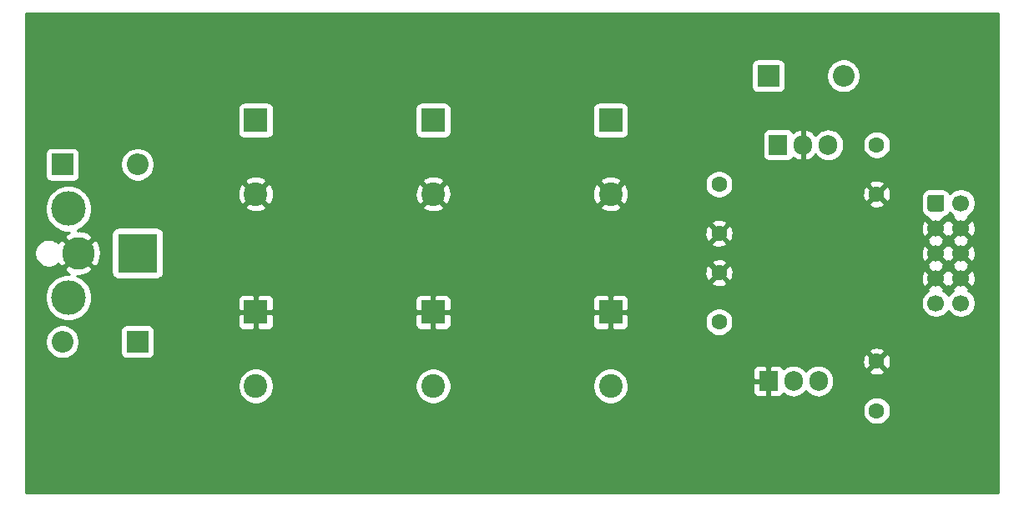
<source format=gbr>
%TF.GenerationSoftware,KiCad,Pcbnew,(5.1.9)-1*%
%TF.CreationDate,2021-02-16T12:42:14-08:00*%
%TF.ProjectId,Bipolar_PS,4269706f-6c61-4725-9f50-532e6b696361,rev?*%
%TF.SameCoordinates,Original*%
%TF.FileFunction,Copper,L2,Bot*%
%TF.FilePolarity,Positive*%
%FSLAX46Y46*%
G04 Gerber Fmt 4.6, Leading zero omitted, Abs format (unit mm)*
G04 Created by KiCad (PCBNEW (5.1.9)-1) date 2021-02-16 12:42:14*
%MOMM*%
%LPD*%
G01*
G04 APERTURE LIST*
%TA.AperFunction,ComponentPad*%
%ADD10C,2.400000*%
%TD*%
%TA.AperFunction,ComponentPad*%
%ADD11R,2.400000X2.400000*%
%TD*%
%TA.AperFunction,ComponentPad*%
%ADD12C,1.600000*%
%TD*%
%TA.AperFunction,ComponentPad*%
%ADD13R,2.200000X2.200000*%
%TD*%
%TA.AperFunction,ComponentPad*%
%ADD14O,2.200000X2.200000*%
%TD*%
%TA.AperFunction,ComponentPad*%
%ADD15R,4.000000X4.000000*%
%TD*%
%TA.AperFunction,ComponentPad*%
%ADD16C,3.300000*%
%TD*%
%TA.AperFunction,ComponentPad*%
%ADD17C,3.500000*%
%TD*%
%TA.AperFunction,ComponentPad*%
%ADD18C,1.700000*%
%TD*%
%TA.AperFunction,ComponentPad*%
%ADD19O,1.905000X2.000000*%
%TD*%
%TA.AperFunction,ComponentPad*%
%ADD20R,1.905000X2.000000*%
%TD*%
%TA.AperFunction,Conductor*%
%ADD21C,0.254000*%
%TD*%
%TA.AperFunction,Conductor*%
%ADD22C,0.100000*%
%TD*%
G04 APERTURE END LIST*
D10*
%TO.P,C1,2*%
%TO.N,GND*%
X150000000Y-109000000D03*
D11*
%TO.P,C1,1*%
%TO.N,Net-(C1-Pad1)*%
X150000000Y-101500000D03*
%TD*%
D10*
%TO.P,C2,2*%
%TO.N,Net-(C2-Pad2)*%
X114000000Y-128500000D03*
D11*
%TO.P,C2,1*%
%TO.N,GND*%
X114000000Y-121000000D03*
%TD*%
%TO.P,C3,1*%
%TO.N,Net-(C1-Pad1)*%
X114000000Y-101500000D03*
D10*
%TO.P,C3,2*%
%TO.N,GND*%
X114000000Y-109000000D03*
%TD*%
D11*
%TO.P,C4,1*%
%TO.N,GND*%
X132000000Y-121000000D03*
D10*
%TO.P,C4,2*%
%TO.N,Net-(C2-Pad2)*%
X132000000Y-128500000D03*
%TD*%
D11*
%TO.P,C5,1*%
%TO.N,Net-(C1-Pad1)*%
X132000000Y-101500000D03*
D10*
%TO.P,C5,2*%
%TO.N,GND*%
X132000000Y-109000000D03*
%TD*%
%TO.P,C6,2*%
%TO.N,Net-(C2-Pad2)*%
X150000000Y-128500000D03*
D11*
%TO.P,C6,1*%
%TO.N,GND*%
X150000000Y-121000000D03*
%TD*%
D12*
%TO.P,C7,1*%
%TO.N,Net-(C1-Pad1)*%
X161000000Y-108000000D03*
%TO.P,C7,2*%
%TO.N,GND*%
X161000000Y-113000000D03*
%TD*%
%TO.P,C8,1*%
%TO.N,GND*%
X161000000Y-117000000D03*
%TO.P,C8,2*%
%TO.N,Net-(C2-Pad2)*%
X161000000Y-122000000D03*
%TD*%
%TO.P,C9,2*%
%TO.N,GND*%
X177000000Y-109000000D03*
%TO.P,C9,1*%
%TO.N,Net-(C9-Pad1)*%
X177000000Y-104000000D03*
%TD*%
%TO.P,C10,2*%
%TO.N,Net-(C10-Pad2)*%
X177000000Y-131000000D03*
%TO.P,C10,1*%
%TO.N,GND*%
X177000000Y-126000000D03*
%TD*%
D13*
%TO.P,D1,1*%
%TO.N,Net-(C1-Pad1)*%
X94380000Y-106000000D03*
D14*
%TO.P,D1,2*%
%TO.N,Net-(D1-Pad2)*%
X102000000Y-106000000D03*
%TD*%
%TO.P,D2,2*%
%TO.N,Net-(C2-Pad2)*%
X94380000Y-124000000D03*
D13*
%TO.P,D2,1*%
%TO.N,Net-(D1-Pad2)*%
X102000000Y-124000000D03*
%TD*%
%TO.P,D3,1*%
%TO.N,Net-(C1-Pad1)*%
X166000000Y-97000000D03*
D14*
%TO.P,D3,2*%
%TO.N,Net-(C9-Pad1)*%
X173620000Y-97000000D03*
%TD*%
D15*
%TO.P,J1,1*%
%TO.N,Net-(D1-Pad2)*%
X102000000Y-115000000D03*
D16*
%TO.P,J1,2*%
%TO.N,GND*%
X96000000Y-115000000D03*
D17*
%TO.P,J1,MP*%
%TO.N,N/C*%
X95000000Y-110500000D03*
X95000000Y-119500000D03*
%TD*%
%TO.P,J2,1*%
%TO.N,Net-(C9-Pad1)*%
%TA.AperFunction,ComponentPad*%
G36*
G01*
X182150000Y-110520000D02*
X182150000Y-109320000D01*
G75*
G02*
X182400000Y-109070000I250000J0D01*
G01*
X183600000Y-109070000D01*
G75*
G02*
X183850000Y-109320000I0J-250000D01*
G01*
X183850000Y-110520000D01*
G75*
G02*
X183600000Y-110770000I-250000J0D01*
G01*
X182400000Y-110770000D01*
G75*
G02*
X182150000Y-110520000I0J250000D01*
G01*
G37*
%TD.AperFunction*%
D18*
%TO.P,J2,3*%
%TO.N,GND*%
X183000000Y-112460000D03*
%TO.P,J2,5*%
X183000000Y-115000000D03*
%TO.P,J2,7*%
X183000000Y-117540000D03*
%TO.P,J2,9*%
%TO.N,Net-(C10-Pad2)*%
X183000000Y-120080000D03*
%TO.P,J2,2*%
%TO.N,Net-(C9-Pad1)*%
X185540000Y-109920000D03*
%TO.P,J2,4*%
%TO.N,GND*%
X185540000Y-112460000D03*
%TO.P,J2,6*%
X185540000Y-115000000D03*
%TO.P,J2,8*%
X185540000Y-117540000D03*
%TO.P,J2,10*%
%TO.N,Net-(C10-Pad2)*%
X185540000Y-120080000D03*
%TD*%
D19*
%TO.P,U1,3*%
%TO.N,Net-(C9-Pad1)*%
X172080000Y-104000000D03*
%TO.P,U1,2*%
%TO.N,GND*%
X169540000Y-104000000D03*
D20*
%TO.P,U1,1*%
%TO.N,Net-(C1-Pad1)*%
X167000000Y-104000000D03*
%TD*%
%TO.P,U2,1*%
%TO.N,GND*%
X166000000Y-128000000D03*
D19*
%TO.P,U2,2*%
%TO.N,Net-(C2-Pad2)*%
X168540000Y-128000000D03*
%TO.P,U2,3*%
%TO.N,Net-(C10-Pad2)*%
X171080000Y-128000000D03*
%TD*%
D21*
%TO.N,GND*%
X189340000Y-139340000D02*
X90660000Y-139340000D01*
X90660000Y-130858665D01*
X175565000Y-130858665D01*
X175565000Y-131141335D01*
X175620147Y-131418574D01*
X175728320Y-131679727D01*
X175885363Y-131914759D01*
X176085241Y-132114637D01*
X176320273Y-132271680D01*
X176581426Y-132379853D01*
X176858665Y-132435000D01*
X177141335Y-132435000D01*
X177418574Y-132379853D01*
X177679727Y-132271680D01*
X177914759Y-132114637D01*
X178114637Y-131914759D01*
X178271680Y-131679727D01*
X178379853Y-131418574D01*
X178435000Y-131141335D01*
X178435000Y-130858665D01*
X178379853Y-130581426D01*
X178271680Y-130320273D01*
X178114637Y-130085241D01*
X177914759Y-129885363D01*
X177679727Y-129728320D01*
X177418574Y-129620147D01*
X177141335Y-129565000D01*
X176858665Y-129565000D01*
X176581426Y-129620147D01*
X176320273Y-129728320D01*
X176085241Y-129885363D01*
X175885363Y-130085241D01*
X175728320Y-130320273D01*
X175620147Y-130581426D01*
X175565000Y-130858665D01*
X90660000Y-130858665D01*
X90660000Y-128319268D01*
X112165000Y-128319268D01*
X112165000Y-128680732D01*
X112235518Y-129035250D01*
X112373844Y-129369199D01*
X112574662Y-129669744D01*
X112830256Y-129925338D01*
X113130801Y-130126156D01*
X113464750Y-130264482D01*
X113819268Y-130335000D01*
X114180732Y-130335000D01*
X114535250Y-130264482D01*
X114869199Y-130126156D01*
X115169744Y-129925338D01*
X115425338Y-129669744D01*
X115626156Y-129369199D01*
X115764482Y-129035250D01*
X115835000Y-128680732D01*
X115835000Y-128319268D01*
X130165000Y-128319268D01*
X130165000Y-128680732D01*
X130235518Y-129035250D01*
X130373844Y-129369199D01*
X130574662Y-129669744D01*
X130830256Y-129925338D01*
X131130801Y-130126156D01*
X131464750Y-130264482D01*
X131819268Y-130335000D01*
X132180732Y-130335000D01*
X132535250Y-130264482D01*
X132869199Y-130126156D01*
X133169744Y-129925338D01*
X133425338Y-129669744D01*
X133626156Y-129369199D01*
X133764482Y-129035250D01*
X133835000Y-128680732D01*
X133835000Y-128319268D01*
X148165000Y-128319268D01*
X148165000Y-128680732D01*
X148235518Y-129035250D01*
X148373844Y-129369199D01*
X148574662Y-129669744D01*
X148830256Y-129925338D01*
X149130801Y-130126156D01*
X149464750Y-130264482D01*
X149819268Y-130335000D01*
X150180732Y-130335000D01*
X150535250Y-130264482D01*
X150869199Y-130126156D01*
X151169744Y-129925338D01*
X151425338Y-129669744D01*
X151626156Y-129369199D01*
X151764482Y-129035250D01*
X151771493Y-129000000D01*
X164409428Y-129000000D01*
X164421688Y-129124482D01*
X164457998Y-129244180D01*
X164516963Y-129354494D01*
X164596315Y-129451185D01*
X164693006Y-129530537D01*
X164803320Y-129589502D01*
X164923018Y-129625812D01*
X165047500Y-129638072D01*
X165714250Y-129635000D01*
X165873000Y-129476250D01*
X165873000Y-128127000D01*
X164571250Y-128127000D01*
X164412500Y-128285750D01*
X164409428Y-129000000D01*
X151771493Y-129000000D01*
X151835000Y-128680732D01*
X151835000Y-128319268D01*
X151764482Y-127964750D01*
X151626156Y-127630801D01*
X151425338Y-127330256D01*
X151169744Y-127074662D01*
X151058005Y-127000000D01*
X164409428Y-127000000D01*
X164412500Y-127714250D01*
X164571250Y-127873000D01*
X165873000Y-127873000D01*
X165873000Y-126523750D01*
X166127000Y-126523750D01*
X166127000Y-127873000D01*
X166147000Y-127873000D01*
X166147000Y-128127000D01*
X166127000Y-128127000D01*
X166127000Y-129476250D01*
X166285750Y-129635000D01*
X166952500Y-129638072D01*
X167076982Y-129625812D01*
X167196680Y-129589502D01*
X167306994Y-129530537D01*
X167403685Y-129451185D01*
X167483037Y-129354494D01*
X167527905Y-129270553D01*
X167653766Y-129373845D01*
X167929552Y-129521255D01*
X168228797Y-129612030D01*
X168540000Y-129642681D01*
X168851204Y-129612030D01*
X169150449Y-129521255D01*
X169426235Y-129373845D01*
X169667963Y-129175463D01*
X169810000Y-129002391D01*
X169952037Y-129175463D01*
X170193766Y-129373845D01*
X170469552Y-129521255D01*
X170768797Y-129612030D01*
X171080000Y-129642681D01*
X171391204Y-129612030D01*
X171690449Y-129521255D01*
X171966235Y-129373845D01*
X172207963Y-129175463D01*
X172406345Y-128933734D01*
X172553755Y-128657948D01*
X172644530Y-128358703D01*
X172667500Y-128125485D01*
X172667500Y-127874514D01*
X172644530Y-127641296D01*
X172553755Y-127342051D01*
X172406345Y-127066265D01*
X172345974Y-126992702D01*
X176186903Y-126992702D01*
X176258486Y-127236671D01*
X176513996Y-127357571D01*
X176788184Y-127426300D01*
X177070512Y-127440217D01*
X177350130Y-127398787D01*
X177616292Y-127303603D01*
X177741514Y-127236671D01*
X177813097Y-126992702D01*
X177000000Y-126179605D01*
X176186903Y-126992702D01*
X172345974Y-126992702D01*
X172207963Y-126824537D01*
X171966234Y-126626155D01*
X171690448Y-126478745D01*
X171391203Y-126387970D01*
X171080000Y-126357319D01*
X170768796Y-126387970D01*
X170469551Y-126478745D01*
X170193765Y-126626155D01*
X169952037Y-126824537D01*
X169810000Y-126997609D01*
X169667963Y-126824537D01*
X169426234Y-126626155D01*
X169150448Y-126478745D01*
X168851203Y-126387970D01*
X168540000Y-126357319D01*
X168228796Y-126387970D01*
X167929551Y-126478745D01*
X167653765Y-126626155D01*
X167527905Y-126729446D01*
X167483037Y-126645506D01*
X167403685Y-126548815D01*
X167306994Y-126469463D01*
X167196680Y-126410498D01*
X167076982Y-126374188D01*
X166952500Y-126361928D01*
X166285750Y-126365000D01*
X166127000Y-126523750D01*
X165873000Y-126523750D01*
X165714250Y-126365000D01*
X165047500Y-126361928D01*
X164923018Y-126374188D01*
X164803320Y-126410498D01*
X164693006Y-126469463D01*
X164596315Y-126548815D01*
X164516963Y-126645506D01*
X164457998Y-126755820D01*
X164421688Y-126875518D01*
X164409428Y-127000000D01*
X151058005Y-127000000D01*
X150869199Y-126873844D01*
X150535250Y-126735518D01*
X150180732Y-126665000D01*
X149819268Y-126665000D01*
X149464750Y-126735518D01*
X149130801Y-126873844D01*
X148830256Y-127074662D01*
X148574662Y-127330256D01*
X148373844Y-127630801D01*
X148235518Y-127964750D01*
X148165000Y-128319268D01*
X133835000Y-128319268D01*
X133764482Y-127964750D01*
X133626156Y-127630801D01*
X133425338Y-127330256D01*
X133169744Y-127074662D01*
X132869199Y-126873844D01*
X132535250Y-126735518D01*
X132180732Y-126665000D01*
X131819268Y-126665000D01*
X131464750Y-126735518D01*
X131130801Y-126873844D01*
X130830256Y-127074662D01*
X130574662Y-127330256D01*
X130373844Y-127630801D01*
X130235518Y-127964750D01*
X130165000Y-128319268D01*
X115835000Y-128319268D01*
X115764482Y-127964750D01*
X115626156Y-127630801D01*
X115425338Y-127330256D01*
X115169744Y-127074662D01*
X114869199Y-126873844D01*
X114535250Y-126735518D01*
X114180732Y-126665000D01*
X113819268Y-126665000D01*
X113464750Y-126735518D01*
X113130801Y-126873844D01*
X112830256Y-127074662D01*
X112574662Y-127330256D01*
X112373844Y-127630801D01*
X112235518Y-127964750D01*
X112165000Y-128319268D01*
X90660000Y-128319268D01*
X90660000Y-126070512D01*
X175559783Y-126070512D01*
X175601213Y-126350130D01*
X175696397Y-126616292D01*
X175763329Y-126741514D01*
X176007298Y-126813097D01*
X176820395Y-126000000D01*
X177179605Y-126000000D01*
X177992702Y-126813097D01*
X178236671Y-126741514D01*
X178357571Y-126486004D01*
X178426300Y-126211816D01*
X178440217Y-125929488D01*
X178398787Y-125649870D01*
X178303603Y-125383708D01*
X178236671Y-125258486D01*
X177992702Y-125186903D01*
X177179605Y-126000000D01*
X176820395Y-126000000D01*
X176007298Y-125186903D01*
X175763329Y-125258486D01*
X175642429Y-125513996D01*
X175573700Y-125788184D01*
X175559783Y-126070512D01*
X90660000Y-126070512D01*
X90660000Y-123829117D01*
X92645000Y-123829117D01*
X92645000Y-124170883D01*
X92711675Y-124506081D01*
X92842463Y-124821831D01*
X93032337Y-125105998D01*
X93274002Y-125347663D01*
X93558169Y-125537537D01*
X93873919Y-125668325D01*
X94209117Y-125735000D01*
X94550883Y-125735000D01*
X94886081Y-125668325D01*
X95201831Y-125537537D01*
X95485998Y-125347663D01*
X95727663Y-125105998D01*
X95917537Y-124821831D01*
X96048325Y-124506081D01*
X96115000Y-124170883D01*
X96115000Y-123829117D01*
X96048325Y-123493919D01*
X95917537Y-123178169D01*
X95731671Y-122900000D01*
X100261928Y-122900000D01*
X100261928Y-125100000D01*
X100274188Y-125224482D01*
X100310498Y-125344180D01*
X100369463Y-125454494D01*
X100448815Y-125551185D01*
X100545506Y-125630537D01*
X100655820Y-125689502D01*
X100775518Y-125725812D01*
X100900000Y-125738072D01*
X103100000Y-125738072D01*
X103224482Y-125725812D01*
X103344180Y-125689502D01*
X103454494Y-125630537D01*
X103551185Y-125551185D01*
X103630537Y-125454494D01*
X103689502Y-125344180D01*
X103725812Y-125224482D01*
X103738072Y-125100000D01*
X103738072Y-125007298D01*
X176186903Y-125007298D01*
X177000000Y-125820395D01*
X177813097Y-125007298D01*
X177741514Y-124763329D01*
X177486004Y-124642429D01*
X177211816Y-124573700D01*
X176929488Y-124559783D01*
X176649870Y-124601213D01*
X176383708Y-124696397D01*
X176258486Y-124763329D01*
X176186903Y-125007298D01*
X103738072Y-125007298D01*
X103738072Y-122900000D01*
X103725812Y-122775518D01*
X103689502Y-122655820D01*
X103630537Y-122545506D01*
X103551185Y-122448815D01*
X103454494Y-122369463D01*
X103344180Y-122310498D01*
X103224482Y-122274188D01*
X103100000Y-122261928D01*
X100900000Y-122261928D01*
X100775518Y-122274188D01*
X100655820Y-122310498D01*
X100545506Y-122369463D01*
X100448815Y-122448815D01*
X100369463Y-122545506D01*
X100310498Y-122655820D01*
X100274188Y-122775518D01*
X100261928Y-122900000D01*
X95731671Y-122900000D01*
X95727663Y-122894002D01*
X95485998Y-122652337D01*
X95201831Y-122462463D01*
X94886081Y-122331675D01*
X94550883Y-122265000D01*
X94209117Y-122265000D01*
X93873919Y-122331675D01*
X93558169Y-122462463D01*
X93274002Y-122652337D01*
X93032337Y-122894002D01*
X92842463Y-123178169D01*
X92711675Y-123493919D01*
X92645000Y-123829117D01*
X90660000Y-123829117D01*
X90660000Y-122200000D01*
X112161928Y-122200000D01*
X112174188Y-122324482D01*
X112210498Y-122444180D01*
X112269463Y-122554494D01*
X112348815Y-122651185D01*
X112445506Y-122730537D01*
X112555820Y-122789502D01*
X112675518Y-122825812D01*
X112800000Y-122838072D01*
X113714250Y-122835000D01*
X113873000Y-122676250D01*
X113873000Y-121127000D01*
X114127000Y-121127000D01*
X114127000Y-122676250D01*
X114285750Y-122835000D01*
X115200000Y-122838072D01*
X115324482Y-122825812D01*
X115444180Y-122789502D01*
X115554494Y-122730537D01*
X115651185Y-122651185D01*
X115730537Y-122554494D01*
X115789502Y-122444180D01*
X115825812Y-122324482D01*
X115838072Y-122200000D01*
X130161928Y-122200000D01*
X130174188Y-122324482D01*
X130210498Y-122444180D01*
X130269463Y-122554494D01*
X130348815Y-122651185D01*
X130445506Y-122730537D01*
X130555820Y-122789502D01*
X130675518Y-122825812D01*
X130800000Y-122838072D01*
X131714250Y-122835000D01*
X131873000Y-122676250D01*
X131873000Y-121127000D01*
X132127000Y-121127000D01*
X132127000Y-122676250D01*
X132285750Y-122835000D01*
X133200000Y-122838072D01*
X133324482Y-122825812D01*
X133444180Y-122789502D01*
X133554494Y-122730537D01*
X133651185Y-122651185D01*
X133730537Y-122554494D01*
X133789502Y-122444180D01*
X133825812Y-122324482D01*
X133838072Y-122200000D01*
X148161928Y-122200000D01*
X148174188Y-122324482D01*
X148210498Y-122444180D01*
X148269463Y-122554494D01*
X148348815Y-122651185D01*
X148445506Y-122730537D01*
X148555820Y-122789502D01*
X148675518Y-122825812D01*
X148800000Y-122838072D01*
X149714250Y-122835000D01*
X149873000Y-122676250D01*
X149873000Y-121127000D01*
X150127000Y-121127000D01*
X150127000Y-122676250D01*
X150285750Y-122835000D01*
X151200000Y-122838072D01*
X151324482Y-122825812D01*
X151444180Y-122789502D01*
X151554494Y-122730537D01*
X151651185Y-122651185D01*
X151730537Y-122554494D01*
X151789502Y-122444180D01*
X151825812Y-122324482D01*
X151838072Y-122200000D01*
X151836926Y-121858665D01*
X159565000Y-121858665D01*
X159565000Y-122141335D01*
X159620147Y-122418574D01*
X159728320Y-122679727D01*
X159885363Y-122914759D01*
X160085241Y-123114637D01*
X160320273Y-123271680D01*
X160581426Y-123379853D01*
X160858665Y-123435000D01*
X161141335Y-123435000D01*
X161418574Y-123379853D01*
X161679727Y-123271680D01*
X161914759Y-123114637D01*
X162114637Y-122914759D01*
X162271680Y-122679727D01*
X162379853Y-122418574D01*
X162435000Y-122141335D01*
X162435000Y-121858665D01*
X162379853Y-121581426D01*
X162271680Y-121320273D01*
X162114637Y-121085241D01*
X161914759Y-120885363D01*
X161679727Y-120728320D01*
X161418574Y-120620147D01*
X161141335Y-120565000D01*
X160858665Y-120565000D01*
X160581426Y-120620147D01*
X160320273Y-120728320D01*
X160085241Y-120885363D01*
X159885363Y-121085241D01*
X159728320Y-121320273D01*
X159620147Y-121581426D01*
X159565000Y-121858665D01*
X151836926Y-121858665D01*
X151835000Y-121285750D01*
X151676250Y-121127000D01*
X150127000Y-121127000D01*
X149873000Y-121127000D01*
X148323750Y-121127000D01*
X148165000Y-121285750D01*
X148161928Y-122200000D01*
X133838072Y-122200000D01*
X133835000Y-121285750D01*
X133676250Y-121127000D01*
X132127000Y-121127000D01*
X131873000Y-121127000D01*
X130323750Y-121127000D01*
X130165000Y-121285750D01*
X130161928Y-122200000D01*
X115838072Y-122200000D01*
X115835000Y-121285750D01*
X115676250Y-121127000D01*
X114127000Y-121127000D01*
X113873000Y-121127000D01*
X112323750Y-121127000D01*
X112165000Y-121285750D01*
X112161928Y-122200000D01*
X90660000Y-122200000D01*
X90660000Y-119265098D01*
X92615000Y-119265098D01*
X92615000Y-119734902D01*
X92706654Y-120195679D01*
X92886440Y-120629721D01*
X93147450Y-121020349D01*
X93479651Y-121352550D01*
X93870279Y-121613560D01*
X94304321Y-121793346D01*
X94765098Y-121885000D01*
X95234902Y-121885000D01*
X95695679Y-121793346D01*
X96129721Y-121613560D01*
X96520349Y-121352550D01*
X96852550Y-121020349D01*
X97113560Y-120629721D01*
X97293346Y-120195679D01*
X97372051Y-119800000D01*
X112161928Y-119800000D01*
X112165000Y-120714250D01*
X112323750Y-120873000D01*
X113873000Y-120873000D01*
X113873000Y-119323750D01*
X114127000Y-119323750D01*
X114127000Y-120873000D01*
X115676250Y-120873000D01*
X115835000Y-120714250D01*
X115838072Y-119800000D01*
X130161928Y-119800000D01*
X130165000Y-120714250D01*
X130323750Y-120873000D01*
X131873000Y-120873000D01*
X131873000Y-119323750D01*
X132127000Y-119323750D01*
X132127000Y-120873000D01*
X133676250Y-120873000D01*
X133835000Y-120714250D01*
X133838072Y-119800000D01*
X148161928Y-119800000D01*
X148165000Y-120714250D01*
X148323750Y-120873000D01*
X149873000Y-120873000D01*
X149873000Y-119323750D01*
X150127000Y-119323750D01*
X150127000Y-120873000D01*
X151676250Y-120873000D01*
X151835000Y-120714250D01*
X151837622Y-119933740D01*
X181515000Y-119933740D01*
X181515000Y-120226260D01*
X181572068Y-120513158D01*
X181684010Y-120783411D01*
X181846525Y-121026632D01*
X182053368Y-121233475D01*
X182296589Y-121395990D01*
X182566842Y-121507932D01*
X182853740Y-121565000D01*
X183146260Y-121565000D01*
X183433158Y-121507932D01*
X183703411Y-121395990D01*
X183946632Y-121233475D01*
X184153475Y-121026632D01*
X184270000Y-120852240D01*
X184386525Y-121026632D01*
X184593368Y-121233475D01*
X184836589Y-121395990D01*
X185106842Y-121507932D01*
X185393740Y-121565000D01*
X185686260Y-121565000D01*
X185973158Y-121507932D01*
X186243411Y-121395990D01*
X186486632Y-121233475D01*
X186693475Y-121026632D01*
X186855990Y-120783411D01*
X186967932Y-120513158D01*
X187025000Y-120226260D01*
X187025000Y-119933740D01*
X186967932Y-119646842D01*
X186855990Y-119376589D01*
X186693475Y-119133368D01*
X186486632Y-118926525D01*
X186313271Y-118810689D01*
X186388792Y-118568397D01*
X185540000Y-117719605D01*
X184691208Y-118568397D01*
X184766729Y-118810689D01*
X184593368Y-118926525D01*
X184386525Y-119133368D01*
X184270000Y-119307760D01*
X184153475Y-119133368D01*
X183946632Y-118926525D01*
X183773271Y-118810689D01*
X183848792Y-118568397D01*
X183000000Y-117719605D01*
X182151208Y-118568397D01*
X182226729Y-118810689D01*
X182053368Y-118926525D01*
X181846525Y-119133368D01*
X181684010Y-119376589D01*
X181572068Y-119646842D01*
X181515000Y-119933740D01*
X151837622Y-119933740D01*
X151838072Y-119800000D01*
X151825812Y-119675518D01*
X151789502Y-119555820D01*
X151730537Y-119445506D01*
X151651185Y-119348815D01*
X151554494Y-119269463D01*
X151444180Y-119210498D01*
X151324482Y-119174188D01*
X151200000Y-119161928D01*
X150285750Y-119165000D01*
X150127000Y-119323750D01*
X149873000Y-119323750D01*
X149714250Y-119165000D01*
X148800000Y-119161928D01*
X148675518Y-119174188D01*
X148555820Y-119210498D01*
X148445506Y-119269463D01*
X148348815Y-119348815D01*
X148269463Y-119445506D01*
X148210498Y-119555820D01*
X148174188Y-119675518D01*
X148161928Y-119800000D01*
X133838072Y-119800000D01*
X133825812Y-119675518D01*
X133789502Y-119555820D01*
X133730537Y-119445506D01*
X133651185Y-119348815D01*
X133554494Y-119269463D01*
X133444180Y-119210498D01*
X133324482Y-119174188D01*
X133200000Y-119161928D01*
X132285750Y-119165000D01*
X132127000Y-119323750D01*
X131873000Y-119323750D01*
X131714250Y-119165000D01*
X130800000Y-119161928D01*
X130675518Y-119174188D01*
X130555820Y-119210498D01*
X130445506Y-119269463D01*
X130348815Y-119348815D01*
X130269463Y-119445506D01*
X130210498Y-119555820D01*
X130174188Y-119675518D01*
X130161928Y-119800000D01*
X115838072Y-119800000D01*
X115825812Y-119675518D01*
X115789502Y-119555820D01*
X115730537Y-119445506D01*
X115651185Y-119348815D01*
X115554494Y-119269463D01*
X115444180Y-119210498D01*
X115324482Y-119174188D01*
X115200000Y-119161928D01*
X114285750Y-119165000D01*
X114127000Y-119323750D01*
X113873000Y-119323750D01*
X113714250Y-119165000D01*
X112800000Y-119161928D01*
X112675518Y-119174188D01*
X112555820Y-119210498D01*
X112445506Y-119269463D01*
X112348815Y-119348815D01*
X112269463Y-119445506D01*
X112210498Y-119555820D01*
X112174188Y-119675518D01*
X112161928Y-119800000D01*
X97372051Y-119800000D01*
X97385000Y-119734902D01*
X97385000Y-119265098D01*
X97293346Y-118804321D01*
X97113560Y-118370279D01*
X96861271Y-117992702D01*
X160186903Y-117992702D01*
X160258486Y-118236671D01*
X160513996Y-118357571D01*
X160788184Y-118426300D01*
X161070512Y-118440217D01*
X161350130Y-118398787D01*
X161616292Y-118303603D01*
X161741514Y-118236671D01*
X161813097Y-117992702D01*
X161000000Y-117179605D01*
X160186903Y-117992702D01*
X96861271Y-117992702D01*
X96852550Y-117979651D01*
X96520349Y-117647450D01*
X96129721Y-117386440D01*
X95879537Y-117282810D01*
X96036898Y-117295759D01*
X96484070Y-117244449D01*
X96912639Y-117106885D01*
X97244777Y-116929354D01*
X97418830Y-116598435D01*
X96000000Y-115179605D01*
X94581170Y-116598435D01*
X94755223Y-116929354D01*
X95116388Y-117115000D01*
X94765098Y-117115000D01*
X94304321Y-117206654D01*
X93870279Y-117386440D01*
X93479651Y-117647450D01*
X93147450Y-117979651D01*
X92886440Y-118370279D01*
X92706654Y-118804321D01*
X92615000Y-119265098D01*
X90660000Y-119265098D01*
X90660000Y-114858665D01*
X91565000Y-114858665D01*
X91565000Y-115141335D01*
X91620147Y-115418574D01*
X91728320Y-115679727D01*
X91885363Y-115914759D01*
X92085241Y-116114637D01*
X92320273Y-116271680D01*
X92581426Y-116379853D01*
X92858665Y-116435000D01*
X93141335Y-116435000D01*
X93418574Y-116379853D01*
X93679727Y-116271680D01*
X93914759Y-116114637D01*
X93971015Y-116058381D01*
X94070646Y-116244777D01*
X94401565Y-116418830D01*
X95820395Y-115000000D01*
X96179605Y-115000000D01*
X97598435Y-116418830D01*
X97929354Y-116244777D01*
X98135125Y-115844460D01*
X98258846Y-115411692D01*
X98295759Y-114963102D01*
X98244449Y-114515930D01*
X98106885Y-114087361D01*
X97929354Y-113755223D01*
X97598435Y-113581170D01*
X96179605Y-115000000D01*
X95820395Y-115000000D01*
X94401565Y-113581170D01*
X94070646Y-113755223D01*
X93973538Y-113944142D01*
X93914759Y-113885363D01*
X93679727Y-113728320D01*
X93418574Y-113620147D01*
X93141335Y-113565000D01*
X92858665Y-113565000D01*
X92581426Y-113620147D01*
X92320273Y-113728320D01*
X92085241Y-113885363D01*
X91885363Y-114085241D01*
X91728320Y-114320273D01*
X91620147Y-114581426D01*
X91565000Y-114858665D01*
X90660000Y-114858665D01*
X90660000Y-110265098D01*
X92615000Y-110265098D01*
X92615000Y-110734902D01*
X92706654Y-111195679D01*
X92886440Y-111629721D01*
X93147450Y-112020349D01*
X93479651Y-112352550D01*
X93870279Y-112613560D01*
X94304321Y-112793346D01*
X94765098Y-112885000D01*
X95112643Y-112885000D01*
X95087361Y-112893115D01*
X94755223Y-113070646D01*
X94581170Y-113401565D01*
X96000000Y-114820395D01*
X97418830Y-113401565D01*
X97244777Y-113070646D01*
X97107339Y-113000000D01*
X99361928Y-113000000D01*
X99361928Y-117000000D01*
X99374188Y-117124482D01*
X99410498Y-117244180D01*
X99469463Y-117354494D01*
X99548815Y-117451185D01*
X99645506Y-117530537D01*
X99755820Y-117589502D01*
X99875518Y-117625812D01*
X100000000Y-117638072D01*
X104000000Y-117638072D01*
X104124482Y-117625812D01*
X104244180Y-117589502D01*
X104354494Y-117530537D01*
X104451185Y-117451185D01*
X104530537Y-117354494D01*
X104589502Y-117244180D01*
X104625812Y-117124482D01*
X104631127Y-117070512D01*
X159559783Y-117070512D01*
X159601213Y-117350130D01*
X159696397Y-117616292D01*
X159763329Y-117741514D01*
X160007298Y-117813097D01*
X160820395Y-117000000D01*
X161179605Y-117000000D01*
X161992702Y-117813097D01*
X162236671Y-117741514D01*
X162299594Y-117608531D01*
X181509389Y-117608531D01*
X181551401Y-117898019D01*
X181649081Y-118173747D01*
X181722528Y-118311157D01*
X181971603Y-118388792D01*
X182820395Y-117540000D01*
X183179605Y-117540000D01*
X184028397Y-118388792D01*
X184270000Y-118313486D01*
X184511603Y-118388792D01*
X185360395Y-117540000D01*
X185719605Y-117540000D01*
X186568397Y-118388792D01*
X186817472Y-118311157D01*
X186943371Y-118047117D01*
X187015339Y-117763589D01*
X187030611Y-117471469D01*
X186988599Y-117181981D01*
X186890919Y-116906253D01*
X186817472Y-116768843D01*
X186568397Y-116691208D01*
X185719605Y-117540000D01*
X185360395Y-117540000D01*
X184511603Y-116691208D01*
X184270000Y-116766514D01*
X184028397Y-116691208D01*
X183179605Y-117540000D01*
X182820395Y-117540000D01*
X181971603Y-116691208D01*
X181722528Y-116768843D01*
X181596629Y-117032883D01*
X181524661Y-117316411D01*
X181509389Y-117608531D01*
X162299594Y-117608531D01*
X162357571Y-117486004D01*
X162426300Y-117211816D01*
X162440217Y-116929488D01*
X162398787Y-116649870D01*
X162303603Y-116383708D01*
X162236671Y-116258486D01*
X161992702Y-116186903D01*
X161179605Y-117000000D01*
X160820395Y-117000000D01*
X160007298Y-116186903D01*
X159763329Y-116258486D01*
X159642429Y-116513996D01*
X159573700Y-116788184D01*
X159559783Y-117070512D01*
X104631127Y-117070512D01*
X104638072Y-117000000D01*
X104638072Y-116007298D01*
X160186903Y-116007298D01*
X161000000Y-116820395D01*
X161791998Y-116028397D01*
X182151208Y-116028397D01*
X182226514Y-116270000D01*
X182151208Y-116511603D01*
X183000000Y-117360395D01*
X183848792Y-116511603D01*
X183773486Y-116270000D01*
X183848792Y-116028397D01*
X184691208Y-116028397D01*
X184766514Y-116270000D01*
X184691208Y-116511603D01*
X185540000Y-117360395D01*
X186388792Y-116511603D01*
X186313486Y-116270000D01*
X186388792Y-116028397D01*
X185540000Y-115179605D01*
X184691208Y-116028397D01*
X183848792Y-116028397D01*
X183000000Y-115179605D01*
X182151208Y-116028397D01*
X161791998Y-116028397D01*
X161813097Y-116007298D01*
X161741514Y-115763329D01*
X161486004Y-115642429D01*
X161211816Y-115573700D01*
X160929488Y-115559783D01*
X160649870Y-115601213D01*
X160383708Y-115696397D01*
X160258486Y-115763329D01*
X160186903Y-116007298D01*
X104638072Y-116007298D01*
X104638072Y-115068531D01*
X181509389Y-115068531D01*
X181551401Y-115358019D01*
X181649081Y-115633747D01*
X181722528Y-115771157D01*
X181971603Y-115848792D01*
X182820395Y-115000000D01*
X183179605Y-115000000D01*
X184028397Y-115848792D01*
X184270000Y-115773486D01*
X184511603Y-115848792D01*
X185360395Y-115000000D01*
X185719605Y-115000000D01*
X186568397Y-115848792D01*
X186817472Y-115771157D01*
X186943371Y-115507117D01*
X187015339Y-115223589D01*
X187030611Y-114931469D01*
X186988599Y-114641981D01*
X186890919Y-114366253D01*
X186817472Y-114228843D01*
X186568397Y-114151208D01*
X185719605Y-115000000D01*
X185360395Y-115000000D01*
X184511603Y-114151208D01*
X184270000Y-114226514D01*
X184028397Y-114151208D01*
X183179605Y-115000000D01*
X182820395Y-115000000D01*
X181971603Y-114151208D01*
X181722528Y-114228843D01*
X181596629Y-114492883D01*
X181524661Y-114776411D01*
X181509389Y-115068531D01*
X104638072Y-115068531D01*
X104638072Y-113992702D01*
X160186903Y-113992702D01*
X160258486Y-114236671D01*
X160513996Y-114357571D01*
X160788184Y-114426300D01*
X161070512Y-114440217D01*
X161350130Y-114398787D01*
X161616292Y-114303603D01*
X161741514Y-114236671D01*
X161813097Y-113992702D01*
X161000000Y-113179605D01*
X160186903Y-113992702D01*
X104638072Y-113992702D01*
X104638072Y-113070512D01*
X159559783Y-113070512D01*
X159601213Y-113350130D01*
X159696397Y-113616292D01*
X159763329Y-113741514D01*
X160007298Y-113813097D01*
X160820395Y-113000000D01*
X161179605Y-113000000D01*
X161992702Y-113813097D01*
X162236671Y-113741514D01*
X162356438Y-113488397D01*
X182151208Y-113488397D01*
X182226514Y-113730000D01*
X182151208Y-113971603D01*
X183000000Y-114820395D01*
X183848792Y-113971603D01*
X183773486Y-113730000D01*
X183848792Y-113488397D01*
X184691208Y-113488397D01*
X184766514Y-113730000D01*
X184691208Y-113971603D01*
X185540000Y-114820395D01*
X186388792Y-113971603D01*
X186313486Y-113730000D01*
X186388792Y-113488397D01*
X185540000Y-112639605D01*
X184691208Y-113488397D01*
X183848792Y-113488397D01*
X183000000Y-112639605D01*
X182151208Y-113488397D01*
X162356438Y-113488397D01*
X162357571Y-113486004D01*
X162426300Y-113211816D01*
X162440217Y-112929488D01*
X162398787Y-112649870D01*
X162355395Y-112528531D01*
X181509389Y-112528531D01*
X181551401Y-112818019D01*
X181649081Y-113093747D01*
X181722528Y-113231157D01*
X181971603Y-113308792D01*
X182820395Y-112460000D01*
X183179605Y-112460000D01*
X184028397Y-113308792D01*
X184270000Y-113233486D01*
X184511603Y-113308792D01*
X185360395Y-112460000D01*
X185719605Y-112460000D01*
X186568397Y-113308792D01*
X186817472Y-113231157D01*
X186943371Y-112967117D01*
X187015339Y-112683589D01*
X187030611Y-112391469D01*
X186988599Y-112101981D01*
X186890919Y-111826253D01*
X186817472Y-111688843D01*
X186568397Y-111611208D01*
X185719605Y-112460000D01*
X185360395Y-112460000D01*
X184511603Y-111611208D01*
X184270000Y-111686514D01*
X184028397Y-111611208D01*
X183179605Y-112460000D01*
X182820395Y-112460000D01*
X181971603Y-111611208D01*
X181722528Y-111688843D01*
X181596629Y-111952883D01*
X181524661Y-112236411D01*
X181509389Y-112528531D01*
X162355395Y-112528531D01*
X162303603Y-112383708D01*
X162236671Y-112258486D01*
X161992702Y-112186903D01*
X161179605Y-113000000D01*
X160820395Y-113000000D01*
X160007298Y-112186903D01*
X159763329Y-112258486D01*
X159642429Y-112513996D01*
X159573700Y-112788184D01*
X159559783Y-113070512D01*
X104638072Y-113070512D01*
X104638072Y-113000000D01*
X104625812Y-112875518D01*
X104589502Y-112755820D01*
X104530537Y-112645506D01*
X104451185Y-112548815D01*
X104354494Y-112469463D01*
X104244180Y-112410498D01*
X104124482Y-112374188D01*
X104000000Y-112361928D01*
X100000000Y-112361928D01*
X99875518Y-112374188D01*
X99755820Y-112410498D01*
X99645506Y-112469463D01*
X99548815Y-112548815D01*
X99469463Y-112645506D01*
X99410498Y-112755820D01*
X99374188Y-112875518D01*
X99361928Y-113000000D01*
X97107339Y-113000000D01*
X96844460Y-112864875D01*
X96411692Y-112741154D01*
X95963102Y-112704241D01*
X95890757Y-112712542D01*
X96129721Y-112613560D01*
X96520349Y-112352550D01*
X96852550Y-112020349D01*
X96861270Y-112007298D01*
X160186903Y-112007298D01*
X161000000Y-112820395D01*
X161813097Y-112007298D01*
X161741514Y-111763329D01*
X161486004Y-111642429D01*
X161211816Y-111573700D01*
X160929488Y-111559783D01*
X160649870Y-111601213D01*
X160383708Y-111696397D01*
X160258486Y-111763329D01*
X160186903Y-112007298D01*
X96861270Y-112007298D01*
X97113560Y-111629721D01*
X97293346Y-111195679D01*
X97385000Y-110734902D01*
X97385000Y-110277980D01*
X112901626Y-110277980D01*
X113021514Y-110562836D01*
X113345210Y-110723699D01*
X113694069Y-110818322D01*
X114054684Y-110843067D01*
X114413198Y-110796985D01*
X114755833Y-110681846D01*
X114978486Y-110562836D01*
X115098374Y-110277980D01*
X130901626Y-110277980D01*
X131021514Y-110562836D01*
X131345210Y-110723699D01*
X131694069Y-110818322D01*
X132054684Y-110843067D01*
X132413198Y-110796985D01*
X132755833Y-110681846D01*
X132978486Y-110562836D01*
X133098374Y-110277980D01*
X148901626Y-110277980D01*
X149021514Y-110562836D01*
X149345210Y-110723699D01*
X149694069Y-110818322D01*
X150054684Y-110843067D01*
X150413198Y-110796985D01*
X150755833Y-110681846D01*
X150978486Y-110562836D01*
X151098374Y-110277980D01*
X150000000Y-109179605D01*
X148901626Y-110277980D01*
X133098374Y-110277980D01*
X132000000Y-109179605D01*
X130901626Y-110277980D01*
X115098374Y-110277980D01*
X114000000Y-109179605D01*
X112901626Y-110277980D01*
X97385000Y-110277980D01*
X97385000Y-110265098D01*
X97293346Y-109804321D01*
X97113560Y-109370279D01*
X96902686Y-109054684D01*
X112156933Y-109054684D01*
X112203015Y-109413198D01*
X112318154Y-109755833D01*
X112437164Y-109978486D01*
X112722020Y-110098374D01*
X113820395Y-109000000D01*
X114179605Y-109000000D01*
X115277980Y-110098374D01*
X115562836Y-109978486D01*
X115723699Y-109654790D01*
X115818322Y-109305931D01*
X115835562Y-109054684D01*
X130156933Y-109054684D01*
X130203015Y-109413198D01*
X130318154Y-109755833D01*
X130437164Y-109978486D01*
X130722020Y-110098374D01*
X131820395Y-109000000D01*
X132179605Y-109000000D01*
X133277980Y-110098374D01*
X133562836Y-109978486D01*
X133723699Y-109654790D01*
X133818322Y-109305931D01*
X133835562Y-109054684D01*
X148156933Y-109054684D01*
X148203015Y-109413198D01*
X148318154Y-109755833D01*
X148437164Y-109978486D01*
X148722020Y-110098374D01*
X149820395Y-109000000D01*
X150179605Y-109000000D01*
X151277980Y-110098374D01*
X151529058Y-109992702D01*
X176186903Y-109992702D01*
X176258486Y-110236671D01*
X176513996Y-110357571D01*
X176788184Y-110426300D01*
X177070512Y-110440217D01*
X177350130Y-110398787D01*
X177616292Y-110303603D01*
X177741514Y-110236671D01*
X177813097Y-109992702D01*
X177000000Y-109179605D01*
X176186903Y-109992702D01*
X151529058Y-109992702D01*
X151562836Y-109978486D01*
X151723699Y-109654790D01*
X151818322Y-109305931D01*
X151843067Y-108945316D01*
X151796985Y-108586802D01*
X151681846Y-108244167D01*
X151562836Y-108021514D01*
X151277980Y-107901626D01*
X150179605Y-109000000D01*
X149820395Y-109000000D01*
X148722020Y-107901626D01*
X148437164Y-108021514D01*
X148276301Y-108345210D01*
X148181678Y-108694069D01*
X148156933Y-109054684D01*
X133835562Y-109054684D01*
X133843067Y-108945316D01*
X133796985Y-108586802D01*
X133681846Y-108244167D01*
X133562836Y-108021514D01*
X133277980Y-107901626D01*
X132179605Y-109000000D01*
X131820395Y-109000000D01*
X130722020Y-107901626D01*
X130437164Y-108021514D01*
X130276301Y-108345210D01*
X130181678Y-108694069D01*
X130156933Y-109054684D01*
X115835562Y-109054684D01*
X115843067Y-108945316D01*
X115796985Y-108586802D01*
X115681846Y-108244167D01*
X115562836Y-108021514D01*
X115277980Y-107901626D01*
X114179605Y-109000000D01*
X113820395Y-109000000D01*
X112722020Y-107901626D01*
X112437164Y-108021514D01*
X112276301Y-108345210D01*
X112181678Y-108694069D01*
X112156933Y-109054684D01*
X96902686Y-109054684D01*
X96852550Y-108979651D01*
X96520349Y-108647450D01*
X96129721Y-108386440D01*
X95695679Y-108206654D01*
X95234902Y-108115000D01*
X94765098Y-108115000D01*
X94304321Y-108206654D01*
X93870279Y-108386440D01*
X93479651Y-108647450D01*
X93147450Y-108979651D01*
X92886440Y-109370279D01*
X92706654Y-109804321D01*
X92615000Y-110265098D01*
X90660000Y-110265098D01*
X90660000Y-104900000D01*
X92641928Y-104900000D01*
X92641928Y-107100000D01*
X92654188Y-107224482D01*
X92690498Y-107344180D01*
X92749463Y-107454494D01*
X92828815Y-107551185D01*
X92925506Y-107630537D01*
X93035820Y-107689502D01*
X93155518Y-107725812D01*
X93280000Y-107738072D01*
X95480000Y-107738072D01*
X95604482Y-107725812D01*
X95724180Y-107689502D01*
X95834494Y-107630537D01*
X95931185Y-107551185D01*
X96010537Y-107454494D01*
X96069502Y-107344180D01*
X96105812Y-107224482D01*
X96118072Y-107100000D01*
X96118072Y-105829117D01*
X100265000Y-105829117D01*
X100265000Y-106170883D01*
X100331675Y-106506081D01*
X100462463Y-106821831D01*
X100652337Y-107105998D01*
X100894002Y-107347663D01*
X101178169Y-107537537D01*
X101493919Y-107668325D01*
X101829117Y-107735000D01*
X102170883Y-107735000D01*
X102236137Y-107722020D01*
X112901626Y-107722020D01*
X114000000Y-108820395D01*
X115098374Y-107722020D01*
X130901626Y-107722020D01*
X132000000Y-108820395D01*
X133098374Y-107722020D01*
X148901626Y-107722020D01*
X150000000Y-108820395D01*
X150961729Y-107858665D01*
X159565000Y-107858665D01*
X159565000Y-108141335D01*
X159620147Y-108418574D01*
X159728320Y-108679727D01*
X159885363Y-108914759D01*
X160085241Y-109114637D01*
X160320273Y-109271680D01*
X160581426Y-109379853D01*
X160858665Y-109435000D01*
X161141335Y-109435000D01*
X161418574Y-109379853D01*
X161679727Y-109271680D01*
X161914759Y-109114637D01*
X161958884Y-109070512D01*
X175559783Y-109070512D01*
X175601213Y-109350130D01*
X175696397Y-109616292D01*
X175763329Y-109741514D01*
X176007298Y-109813097D01*
X176820395Y-109000000D01*
X177179605Y-109000000D01*
X177992702Y-109813097D01*
X178236671Y-109741514D01*
X178357571Y-109486004D01*
X178399182Y-109320000D01*
X181511928Y-109320000D01*
X181511928Y-110520000D01*
X181528992Y-110693254D01*
X181579528Y-110859850D01*
X181661595Y-111013386D01*
X181772038Y-111147962D01*
X181906614Y-111258405D01*
X182060150Y-111340472D01*
X182169293Y-111373580D01*
X182151208Y-111431603D01*
X183000000Y-112280395D01*
X183848792Y-111431603D01*
X183830707Y-111373580D01*
X183939850Y-111340472D01*
X184093386Y-111258405D01*
X184227962Y-111147962D01*
X184338405Y-111013386D01*
X184406285Y-110886392D01*
X184593368Y-111073475D01*
X184766729Y-111189311D01*
X184691208Y-111431603D01*
X185540000Y-112280395D01*
X186388792Y-111431603D01*
X186313271Y-111189311D01*
X186486632Y-111073475D01*
X186693475Y-110866632D01*
X186855990Y-110623411D01*
X186967932Y-110353158D01*
X187025000Y-110066260D01*
X187025000Y-109773740D01*
X186967932Y-109486842D01*
X186855990Y-109216589D01*
X186693475Y-108973368D01*
X186486632Y-108766525D01*
X186243411Y-108604010D01*
X185973158Y-108492068D01*
X185686260Y-108435000D01*
X185393740Y-108435000D01*
X185106842Y-108492068D01*
X184836589Y-108604010D01*
X184593368Y-108766525D01*
X184406285Y-108953608D01*
X184338405Y-108826614D01*
X184227962Y-108692038D01*
X184093386Y-108581595D01*
X183939850Y-108499528D01*
X183773254Y-108448992D01*
X183600000Y-108431928D01*
X182400000Y-108431928D01*
X182226746Y-108448992D01*
X182060150Y-108499528D01*
X181906614Y-108581595D01*
X181772038Y-108692038D01*
X181661595Y-108826614D01*
X181579528Y-108980150D01*
X181528992Y-109146746D01*
X181511928Y-109320000D01*
X178399182Y-109320000D01*
X178426300Y-109211816D01*
X178440217Y-108929488D01*
X178398787Y-108649870D01*
X178303603Y-108383708D01*
X178236671Y-108258486D01*
X177992702Y-108186903D01*
X177179605Y-109000000D01*
X176820395Y-109000000D01*
X176007298Y-108186903D01*
X175763329Y-108258486D01*
X175642429Y-108513996D01*
X175573700Y-108788184D01*
X175559783Y-109070512D01*
X161958884Y-109070512D01*
X162114637Y-108914759D01*
X162271680Y-108679727D01*
X162379853Y-108418574D01*
X162435000Y-108141335D01*
X162435000Y-108007298D01*
X176186903Y-108007298D01*
X177000000Y-108820395D01*
X177813097Y-108007298D01*
X177741514Y-107763329D01*
X177486004Y-107642429D01*
X177211816Y-107573700D01*
X176929488Y-107559783D01*
X176649870Y-107601213D01*
X176383708Y-107696397D01*
X176258486Y-107763329D01*
X176186903Y-108007298D01*
X162435000Y-108007298D01*
X162435000Y-107858665D01*
X162379853Y-107581426D01*
X162271680Y-107320273D01*
X162114637Y-107085241D01*
X161914759Y-106885363D01*
X161679727Y-106728320D01*
X161418574Y-106620147D01*
X161141335Y-106565000D01*
X160858665Y-106565000D01*
X160581426Y-106620147D01*
X160320273Y-106728320D01*
X160085241Y-106885363D01*
X159885363Y-107085241D01*
X159728320Y-107320273D01*
X159620147Y-107581426D01*
X159565000Y-107858665D01*
X150961729Y-107858665D01*
X151098374Y-107722020D01*
X150978486Y-107437164D01*
X150654790Y-107276301D01*
X150305931Y-107181678D01*
X149945316Y-107156933D01*
X149586802Y-107203015D01*
X149244167Y-107318154D01*
X149021514Y-107437164D01*
X148901626Y-107722020D01*
X133098374Y-107722020D01*
X132978486Y-107437164D01*
X132654790Y-107276301D01*
X132305931Y-107181678D01*
X131945316Y-107156933D01*
X131586802Y-107203015D01*
X131244167Y-107318154D01*
X131021514Y-107437164D01*
X130901626Y-107722020D01*
X115098374Y-107722020D01*
X114978486Y-107437164D01*
X114654790Y-107276301D01*
X114305931Y-107181678D01*
X113945316Y-107156933D01*
X113586802Y-107203015D01*
X113244167Y-107318154D01*
X113021514Y-107437164D01*
X112901626Y-107722020D01*
X102236137Y-107722020D01*
X102506081Y-107668325D01*
X102821831Y-107537537D01*
X103105998Y-107347663D01*
X103347663Y-107105998D01*
X103537537Y-106821831D01*
X103668325Y-106506081D01*
X103735000Y-106170883D01*
X103735000Y-105829117D01*
X103668325Y-105493919D01*
X103537537Y-105178169D01*
X103347663Y-104894002D01*
X103105998Y-104652337D01*
X102821831Y-104462463D01*
X102506081Y-104331675D01*
X102170883Y-104265000D01*
X101829117Y-104265000D01*
X101493919Y-104331675D01*
X101178169Y-104462463D01*
X100894002Y-104652337D01*
X100652337Y-104894002D01*
X100462463Y-105178169D01*
X100331675Y-105493919D01*
X100265000Y-105829117D01*
X96118072Y-105829117D01*
X96118072Y-104900000D01*
X96105812Y-104775518D01*
X96069502Y-104655820D01*
X96010537Y-104545506D01*
X95931185Y-104448815D01*
X95834494Y-104369463D01*
X95724180Y-104310498D01*
X95604482Y-104274188D01*
X95480000Y-104261928D01*
X93280000Y-104261928D01*
X93155518Y-104274188D01*
X93035820Y-104310498D01*
X92925506Y-104369463D01*
X92828815Y-104448815D01*
X92749463Y-104545506D01*
X92690498Y-104655820D01*
X92654188Y-104775518D01*
X92641928Y-104900000D01*
X90660000Y-104900000D01*
X90660000Y-100300000D01*
X112161928Y-100300000D01*
X112161928Y-102700000D01*
X112174188Y-102824482D01*
X112210498Y-102944180D01*
X112269463Y-103054494D01*
X112348815Y-103151185D01*
X112445506Y-103230537D01*
X112555820Y-103289502D01*
X112675518Y-103325812D01*
X112800000Y-103338072D01*
X115200000Y-103338072D01*
X115324482Y-103325812D01*
X115444180Y-103289502D01*
X115554494Y-103230537D01*
X115651185Y-103151185D01*
X115730537Y-103054494D01*
X115789502Y-102944180D01*
X115825812Y-102824482D01*
X115838072Y-102700000D01*
X115838072Y-100300000D01*
X130161928Y-100300000D01*
X130161928Y-102700000D01*
X130174188Y-102824482D01*
X130210498Y-102944180D01*
X130269463Y-103054494D01*
X130348815Y-103151185D01*
X130445506Y-103230537D01*
X130555820Y-103289502D01*
X130675518Y-103325812D01*
X130800000Y-103338072D01*
X133200000Y-103338072D01*
X133324482Y-103325812D01*
X133444180Y-103289502D01*
X133554494Y-103230537D01*
X133651185Y-103151185D01*
X133730537Y-103054494D01*
X133789502Y-102944180D01*
X133825812Y-102824482D01*
X133838072Y-102700000D01*
X133838072Y-100300000D01*
X148161928Y-100300000D01*
X148161928Y-102700000D01*
X148174188Y-102824482D01*
X148210498Y-102944180D01*
X148269463Y-103054494D01*
X148348815Y-103151185D01*
X148445506Y-103230537D01*
X148555820Y-103289502D01*
X148675518Y-103325812D01*
X148800000Y-103338072D01*
X151200000Y-103338072D01*
X151324482Y-103325812D01*
X151444180Y-103289502D01*
X151554494Y-103230537D01*
X151651185Y-103151185D01*
X151730537Y-103054494D01*
X151759665Y-103000000D01*
X165409428Y-103000000D01*
X165409428Y-105000000D01*
X165421688Y-105124482D01*
X165457998Y-105244180D01*
X165516963Y-105354494D01*
X165596315Y-105451185D01*
X165693006Y-105530537D01*
X165803320Y-105589502D01*
X165923018Y-105625812D01*
X166047500Y-105638072D01*
X167952500Y-105638072D01*
X168076982Y-105625812D01*
X168196680Y-105589502D01*
X168306994Y-105530537D01*
X168403685Y-105451185D01*
X168483037Y-105354494D01*
X168532059Y-105262781D01*
X168673077Y-105375969D01*
X168948906Y-105519571D01*
X169167020Y-105590563D01*
X169413000Y-105470594D01*
X169413000Y-104127000D01*
X169393000Y-104127000D01*
X169393000Y-103873000D01*
X169413000Y-103873000D01*
X169413000Y-102529406D01*
X169667000Y-102529406D01*
X169667000Y-103873000D01*
X169687000Y-103873000D01*
X169687000Y-104127000D01*
X169667000Y-104127000D01*
X169667000Y-105470594D01*
X169912980Y-105590563D01*
X170131094Y-105519571D01*
X170406923Y-105375969D01*
X170649437Y-105181315D01*
X170804837Y-104996101D01*
X170952037Y-105175463D01*
X171193766Y-105373845D01*
X171469552Y-105521255D01*
X171768797Y-105612030D01*
X172080000Y-105642681D01*
X172391204Y-105612030D01*
X172690449Y-105521255D01*
X172966235Y-105373845D01*
X173207963Y-105175463D01*
X173406345Y-104933734D01*
X173553755Y-104657948D01*
X173644530Y-104358703D01*
X173667500Y-104125485D01*
X173667500Y-103874514D01*
X173665940Y-103858665D01*
X175565000Y-103858665D01*
X175565000Y-104141335D01*
X175620147Y-104418574D01*
X175728320Y-104679727D01*
X175885363Y-104914759D01*
X176085241Y-105114637D01*
X176320273Y-105271680D01*
X176581426Y-105379853D01*
X176858665Y-105435000D01*
X177141335Y-105435000D01*
X177418574Y-105379853D01*
X177679727Y-105271680D01*
X177914759Y-105114637D01*
X178114637Y-104914759D01*
X178271680Y-104679727D01*
X178379853Y-104418574D01*
X178435000Y-104141335D01*
X178435000Y-103858665D01*
X178379853Y-103581426D01*
X178271680Y-103320273D01*
X178114637Y-103085241D01*
X177914759Y-102885363D01*
X177679727Y-102728320D01*
X177418574Y-102620147D01*
X177141335Y-102565000D01*
X176858665Y-102565000D01*
X176581426Y-102620147D01*
X176320273Y-102728320D01*
X176085241Y-102885363D01*
X175885363Y-103085241D01*
X175728320Y-103320273D01*
X175620147Y-103581426D01*
X175565000Y-103858665D01*
X173665940Y-103858665D01*
X173644530Y-103641296D01*
X173553755Y-103342051D01*
X173406345Y-103066265D01*
X173207963Y-102824537D01*
X172966234Y-102626155D01*
X172690448Y-102478745D01*
X172391203Y-102387970D01*
X172080000Y-102357319D01*
X171768796Y-102387970D01*
X171469551Y-102478745D01*
X171193765Y-102626155D01*
X170952037Y-102824537D01*
X170804838Y-103003900D01*
X170649437Y-102818685D01*
X170406923Y-102624031D01*
X170131094Y-102480429D01*
X169912980Y-102409437D01*
X169667000Y-102529406D01*
X169413000Y-102529406D01*
X169167020Y-102409437D01*
X168948906Y-102480429D01*
X168673077Y-102624031D01*
X168532059Y-102737219D01*
X168483037Y-102645506D01*
X168403685Y-102548815D01*
X168306994Y-102469463D01*
X168196680Y-102410498D01*
X168076982Y-102374188D01*
X167952500Y-102361928D01*
X166047500Y-102361928D01*
X165923018Y-102374188D01*
X165803320Y-102410498D01*
X165693006Y-102469463D01*
X165596315Y-102548815D01*
X165516963Y-102645506D01*
X165457998Y-102755820D01*
X165421688Y-102875518D01*
X165409428Y-103000000D01*
X151759665Y-103000000D01*
X151789502Y-102944180D01*
X151825812Y-102824482D01*
X151838072Y-102700000D01*
X151838072Y-100300000D01*
X151825812Y-100175518D01*
X151789502Y-100055820D01*
X151730537Y-99945506D01*
X151651185Y-99848815D01*
X151554494Y-99769463D01*
X151444180Y-99710498D01*
X151324482Y-99674188D01*
X151200000Y-99661928D01*
X148800000Y-99661928D01*
X148675518Y-99674188D01*
X148555820Y-99710498D01*
X148445506Y-99769463D01*
X148348815Y-99848815D01*
X148269463Y-99945506D01*
X148210498Y-100055820D01*
X148174188Y-100175518D01*
X148161928Y-100300000D01*
X133838072Y-100300000D01*
X133825812Y-100175518D01*
X133789502Y-100055820D01*
X133730537Y-99945506D01*
X133651185Y-99848815D01*
X133554494Y-99769463D01*
X133444180Y-99710498D01*
X133324482Y-99674188D01*
X133200000Y-99661928D01*
X130800000Y-99661928D01*
X130675518Y-99674188D01*
X130555820Y-99710498D01*
X130445506Y-99769463D01*
X130348815Y-99848815D01*
X130269463Y-99945506D01*
X130210498Y-100055820D01*
X130174188Y-100175518D01*
X130161928Y-100300000D01*
X115838072Y-100300000D01*
X115825812Y-100175518D01*
X115789502Y-100055820D01*
X115730537Y-99945506D01*
X115651185Y-99848815D01*
X115554494Y-99769463D01*
X115444180Y-99710498D01*
X115324482Y-99674188D01*
X115200000Y-99661928D01*
X112800000Y-99661928D01*
X112675518Y-99674188D01*
X112555820Y-99710498D01*
X112445506Y-99769463D01*
X112348815Y-99848815D01*
X112269463Y-99945506D01*
X112210498Y-100055820D01*
X112174188Y-100175518D01*
X112161928Y-100300000D01*
X90660000Y-100300000D01*
X90660000Y-95900000D01*
X164261928Y-95900000D01*
X164261928Y-98100000D01*
X164274188Y-98224482D01*
X164310498Y-98344180D01*
X164369463Y-98454494D01*
X164448815Y-98551185D01*
X164545506Y-98630537D01*
X164655820Y-98689502D01*
X164775518Y-98725812D01*
X164900000Y-98738072D01*
X167100000Y-98738072D01*
X167224482Y-98725812D01*
X167344180Y-98689502D01*
X167454494Y-98630537D01*
X167551185Y-98551185D01*
X167630537Y-98454494D01*
X167689502Y-98344180D01*
X167725812Y-98224482D01*
X167738072Y-98100000D01*
X167738072Y-96829117D01*
X171885000Y-96829117D01*
X171885000Y-97170883D01*
X171951675Y-97506081D01*
X172082463Y-97821831D01*
X172272337Y-98105998D01*
X172514002Y-98347663D01*
X172798169Y-98537537D01*
X173113919Y-98668325D01*
X173449117Y-98735000D01*
X173790883Y-98735000D01*
X174126081Y-98668325D01*
X174441831Y-98537537D01*
X174725998Y-98347663D01*
X174967663Y-98105998D01*
X175157537Y-97821831D01*
X175288325Y-97506081D01*
X175355000Y-97170883D01*
X175355000Y-96829117D01*
X175288325Y-96493919D01*
X175157537Y-96178169D01*
X174967663Y-95894002D01*
X174725998Y-95652337D01*
X174441831Y-95462463D01*
X174126081Y-95331675D01*
X173790883Y-95265000D01*
X173449117Y-95265000D01*
X173113919Y-95331675D01*
X172798169Y-95462463D01*
X172514002Y-95652337D01*
X172272337Y-95894002D01*
X172082463Y-96178169D01*
X171951675Y-96493919D01*
X171885000Y-96829117D01*
X167738072Y-96829117D01*
X167738072Y-95900000D01*
X167725812Y-95775518D01*
X167689502Y-95655820D01*
X167630537Y-95545506D01*
X167551185Y-95448815D01*
X167454494Y-95369463D01*
X167344180Y-95310498D01*
X167224482Y-95274188D01*
X167100000Y-95261928D01*
X164900000Y-95261928D01*
X164775518Y-95274188D01*
X164655820Y-95310498D01*
X164545506Y-95369463D01*
X164448815Y-95448815D01*
X164369463Y-95545506D01*
X164310498Y-95655820D01*
X164274188Y-95775518D01*
X164261928Y-95900000D01*
X90660000Y-95900000D01*
X90660000Y-90660000D01*
X189340001Y-90660000D01*
X189340000Y-139340000D01*
%TA.AperFunction,Conductor*%
D22*
G36*
X189340000Y-139340000D02*
G01*
X90660000Y-139340000D01*
X90660000Y-130858665D01*
X175565000Y-130858665D01*
X175565000Y-131141335D01*
X175620147Y-131418574D01*
X175728320Y-131679727D01*
X175885363Y-131914759D01*
X176085241Y-132114637D01*
X176320273Y-132271680D01*
X176581426Y-132379853D01*
X176858665Y-132435000D01*
X177141335Y-132435000D01*
X177418574Y-132379853D01*
X177679727Y-132271680D01*
X177914759Y-132114637D01*
X178114637Y-131914759D01*
X178271680Y-131679727D01*
X178379853Y-131418574D01*
X178435000Y-131141335D01*
X178435000Y-130858665D01*
X178379853Y-130581426D01*
X178271680Y-130320273D01*
X178114637Y-130085241D01*
X177914759Y-129885363D01*
X177679727Y-129728320D01*
X177418574Y-129620147D01*
X177141335Y-129565000D01*
X176858665Y-129565000D01*
X176581426Y-129620147D01*
X176320273Y-129728320D01*
X176085241Y-129885363D01*
X175885363Y-130085241D01*
X175728320Y-130320273D01*
X175620147Y-130581426D01*
X175565000Y-130858665D01*
X90660000Y-130858665D01*
X90660000Y-128319268D01*
X112165000Y-128319268D01*
X112165000Y-128680732D01*
X112235518Y-129035250D01*
X112373844Y-129369199D01*
X112574662Y-129669744D01*
X112830256Y-129925338D01*
X113130801Y-130126156D01*
X113464750Y-130264482D01*
X113819268Y-130335000D01*
X114180732Y-130335000D01*
X114535250Y-130264482D01*
X114869199Y-130126156D01*
X115169744Y-129925338D01*
X115425338Y-129669744D01*
X115626156Y-129369199D01*
X115764482Y-129035250D01*
X115835000Y-128680732D01*
X115835000Y-128319268D01*
X130165000Y-128319268D01*
X130165000Y-128680732D01*
X130235518Y-129035250D01*
X130373844Y-129369199D01*
X130574662Y-129669744D01*
X130830256Y-129925338D01*
X131130801Y-130126156D01*
X131464750Y-130264482D01*
X131819268Y-130335000D01*
X132180732Y-130335000D01*
X132535250Y-130264482D01*
X132869199Y-130126156D01*
X133169744Y-129925338D01*
X133425338Y-129669744D01*
X133626156Y-129369199D01*
X133764482Y-129035250D01*
X133835000Y-128680732D01*
X133835000Y-128319268D01*
X148165000Y-128319268D01*
X148165000Y-128680732D01*
X148235518Y-129035250D01*
X148373844Y-129369199D01*
X148574662Y-129669744D01*
X148830256Y-129925338D01*
X149130801Y-130126156D01*
X149464750Y-130264482D01*
X149819268Y-130335000D01*
X150180732Y-130335000D01*
X150535250Y-130264482D01*
X150869199Y-130126156D01*
X151169744Y-129925338D01*
X151425338Y-129669744D01*
X151626156Y-129369199D01*
X151764482Y-129035250D01*
X151771493Y-129000000D01*
X164409428Y-129000000D01*
X164421688Y-129124482D01*
X164457998Y-129244180D01*
X164516963Y-129354494D01*
X164596315Y-129451185D01*
X164693006Y-129530537D01*
X164803320Y-129589502D01*
X164923018Y-129625812D01*
X165047500Y-129638072D01*
X165714250Y-129635000D01*
X165873000Y-129476250D01*
X165873000Y-128127000D01*
X164571250Y-128127000D01*
X164412500Y-128285750D01*
X164409428Y-129000000D01*
X151771493Y-129000000D01*
X151835000Y-128680732D01*
X151835000Y-128319268D01*
X151764482Y-127964750D01*
X151626156Y-127630801D01*
X151425338Y-127330256D01*
X151169744Y-127074662D01*
X151058005Y-127000000D01*
X164409428Y-127000000D01*
X164412500Y-127714250D01*
X164571250Y-127873000D01*
X165873000Y-127873000D01*
X165873000Y-126523750D01*
X166127000Y-126523750D01*
X166127000Y-127873000D01*
X166147000Y-127873000D01*
X166147000Y-128127000D01*
X166127000Y-128127000D01*
X166127000Y-129476250D01*
X166285750Y-129635000D01*
X166952500Y-129638072D01*
X167076982Y-129625812D01*
X167196680Y-129589502D01*
X167306994Y-129530537D01*
X167403685Y-129451185D01*
X167483037Y-129354494D01*
X167527905Y-129270553D01*
X167653766Y-129373845D01*
X167929552Y-129521255D01*
X168228797Y-129612030D01*
X168540000Y-129642681D01*
X168851204Y-129612030D01*
X169150449Y-129521255D01*
X169426235Y-129373845D01*
X169667963Y-129175463D01*
X169810000Y-129002391D01*
X169952037Y-129175463D01*
X170193766Y-129373845D01*
X170469552Y-129521255D01*
X170768797Y-129612030D01*
X171080000Y-129642681D01*
X171391204Y-129612030D01*
X171690449Y-129521255D01*
X171966235Y-129373845D01*
X172207963Y-129175463D01*
X172406345Y-128933734D01*
X172553755Y-128657948D01*
X172644530Y-128358703D01*
X172667500Y-128125485D01*
X172667500Y-127874514D01*
X172644530Y-127641296D01*
X172553755Y-127342051D01*
X172406345Y-127066265D01*
X172345974Y-126992702D01*
X176186903Y-126992702D01*
X176258486Y-127236671D01*
X176513996Y-127357571D01*
X176788184Y-127426300D01*
X177070512Y-127440217D01*
X177350130Y-127398787D01*
X177616292Y-127303603D01*
X177741514Y-127236671D01*
X177813097Y-126992702D01*
X177000000Y-126179605D01*
X176186903Y-126992702D01*
X172345974Y-126992702D01*
X172207963Y-126824537D01*
X171966234Y-126626155D01*
X171690448Y-126478745D01*
X171391203Y-126387970D01*
X171080000Y-126357319D01*
X170768796Y-126387970D01*
X170469551Y-126478745D01*
X170193765Y-126626155D01*
X169952037Y-126824537D01*
X169810000Y-126997609D01*
X169667963Y-126824537D01*
X169426234Y-126626155D01*
X169150448Y-126478745D01*
X168851203Y-126387970D01*
X168540000Y-126357319D01*
X168228796Y-126387970D01*
X167929551Y-126478745D01*
X167653765Y-126626155D01*
X167527905Y-126729446D01*
X167483037Y-126645506D01*
X167403685Y-126548815D01*
X167306994Y-126469463D01*
X167196680Y-126410498D01*
X167076982Y-126374188D01*
X166952500Y-126361928D01*
X166285750Y-126365000D01*
X166127000Y-126523750D01*
X165873000Y-126523750D01*
X165714250Y-126365000D01*
X165047500Y-126361928D01*
X164923018Y-126374188D01*
X164803320Y-126410498D01*
X164693006Y-126469463D01*
X164596315Y-126548815D01*
X164516963Y-126645506D01*
X164457998Y-126755820D01*
X164421688Y-126875518D01*
X164409428Y-127000000D01*
X151058005Y-127000000D01*
X150869199Y-126873844D01*
X150535250Y-126735518D01*
X150180732Y-126665000D01*
X149819268Y-126665000D01*
X149464750Y-126735518D01*
X149130801Y-126873844D01*
X148830256Y-127074662D01*
X148574662Y-127330256D01*
X148373844Y-127630801D01*
X148235518Y-127964750D01*
X148165000Y-128319268D01*
X133835000Y-128319268D01*
X133764482Y-127964750D01*
X133626156Y-127630801D01*
X133425338Y-127330256D01*
X133169744Y-127074662D01*
X132869199Y-126873844D01*
X132535250Y-126735518D01*
X132180732Y-126665000D01*
X131819268Y-126665000D01*
X131464750Y-126735518D01*
X131130801Y-126873844D01*
X130830256Y-127074662D01*
X130574662Y-127330256D01*
X130373844Y-127630801D01*
X130235518Y-127964750D01*
X130165000Y-128319268D01*
X115835000Y-128319268D01*
X115764482Y-127964750D01*
X115626156Y-127630801D01*
X115425338Y-127330256D01*
X115169744Y-127074662D01*
X114869199Y-126873844D01*
X114535250Y-126735518D01*
X114180732Y-126665000D01*
X113819268Y-126665000D01*
X113464750Y-126735518D01*
X113130801Y-126873844D01*
X112830256Y-127074662D01*
X112574662Y-127330256D01*
X112373844Y-127630801D01*
X112235518Y-127964750D01*
X112165000Y-128319268D01*
X90660000Y-128319268D01*
X90660000Y-126070512D01*
X175559783Y-126070512D01*
X175601213Y-126350130D01*
X175696397Y-126616292D01*
X175763329Y-126741514D01*
X176007298Y-126813097D01*
X176820395Y-126000000D01*
X177179605Y-126000000D01*
X177992702Y-126813097D01*
X178236671Y-126741514D01*
X178357571Y-126486004D01*
X178426300Y-126211816D01*
X178440217Y-125929488D01*
X178398787Y-125649870D01*
X178303603Y-125383708D01*
X178236671Y-125258486D01*
X177992702Y-125186903D01*
X177179605Y-126000000D01*
X176820395Y-126000000D01*
X176007298Y-125186903D01*
X175763329Y-125258486D01*
X175642429Y-125513996D01*
X175573700Y-125788184D01*
X175559783Y-126070512D01*
X90660000Y-126070512D01*
X90660000Y-123829117D01*
X92645000Y-123829117D01*
X92645000Y-124170883D01*
X92711675Y-124506081D01*
X92842463Y-124821831D01*
X93032337Y-125105998D01*
X93274002Y-125347663D01*
X93558169Y-125537537D01*
X93873919Y-125668325D01*
X94209117Y-125735000D01*
X94550883Y-125735000D01*
X94886081Y-125668325D01*
X95201831Y-125537537D01*
X95485998Y-125347663D01*
X95727663Y-125105998D01*
X95917537Y-124821831D01*
X96048325Y-124506081D01*
X96115000Y-124170883D01*
X96115000Y-123829117D01*
X96048325Y-123493919D01*
X95917537Y-123178169D01*
X95731671Y-122900000D01*
X100261928Y-122900000D01*
X100261928Y-125100000D01*
X100274188Y-125224482D01*
X100310498Y-125344180D01*
X100369463Y-125454494D01*
X100448815Y-125551185D01*
X100545506Y-125630537D01*
X100655820Y-125689502D01*
X100775518Y-125725812D01*
X100900000Y-125738072D01*
X103100000Y-125738072D01*
X103224482Y-125725812D01*
X103344180Y-125689502D01*
X103454494Y-125630537D01*
X103551185Y-125551185D01*
X103630537Y-125454494D01*
X103689502Y-125344180D01*
X103725812Y-125224482D01*
X103738072Y-125100000D01*
X103738072Y-125007298D01*
X176186903Y-125007298D01*
X177000000Y-125820395D01*
X177813097Y-125007298D01*
X177741514Y-124763329D01*
X177486004Y-124642429D01*
X177211816Y-124573700D01*
X176929488Y-124559783D01*
X176649870Y-124601213D01*
X176383708Y-124696397D01*
X176258486Y-124763329D01*
X176186903Y-125007298D01*
X103738072Y-125007298D01*
X103738072Y-122900000D01*
X103725812Y-122775518D01*
X103689502Y-122655820D01*
X103630537Y-122545506D01*
X103551185Y-122448815D01*
X103454494Y-122369463D01*
X103344180Y-122310498D01*
X103224482Y-122274188D01*
X103100000Y-122261928D01*
X100900000Y-122261928D01*
X100775518Y-122274188D01*
X100655820Y-122310498D01*
X100545506Y-122369463D01*
X100448815Y-122448815D01*
X100369463Y-122545506D01*
X100310498Y-122655820D01*
X100274188Y-122775518D01*
X100261928Y-122900000D01*
X95731671Y-122900000D01*
X95727663Y-122894002D01*
X95485998Y-122652337D01*
X95201831Y-122462463D01*
X94886081Y-122331675D01*
X94550883Y-122265000D01*
X94209117Y-122265000D01*
X93873919Y-122331675D01*
X93558169Y-122462463D01*
X93274002Y-122652337D01*
X93032337Y-122894002D01*
X92842463Y-123178169D01*
X92711675Y-123493919D01*
X92645000Y-123829117D01*
X90660000Y-123829117D01*
X90660000Y-122200000D01*
X112161928Y-122200000D01*
X112174188Y-122324482D01*
X112210498Y-122444180D01*
X112269463Y-122554494D01*
X112348815Y-122651185D01*
X112445506Y-122730537D01*
X112555820Y-122789502D01*
X112675518Y-122825812D01*
X112800000Y-122838072D01*
X113714250Y-122835000D01*
X113873000Y-122676250D01*
X113873000Y-121127000D01*
X114127000Y-121127000D01*
X114127000Y-122676250D01*
X114285750Y-122835000D01*
X115200000Y-122838072D01*
X115324482Y-122825812D01*
X115444180Y-122789502D01*
X115554494Y-122730537D01*
X115651185Y-122651185D01*
X115730537Y-122554494D01*
X115789502Y-122444180D01*
X115825812Y-122324482D01*
X115838072Y-122200000D01*
X130161928Y-122200000D01*
X130174188Y-122324482D01*
X130210498Y-122444180D01*
X130269463Y-122554494D01*
X130348815Y-122651185D01*
X130445506Y-122730537D01*
X130555820Y-122789502D01*
X130675518Y-122825812D01*
X130800000Y-122838072D01*
X131714250Y-122835000D01*
X131873000Y-122676250D01*
X131873000Y-121127000D01*
X132127000Y-121127000D01*
X132127000Y-122676250D01*
X132285750Y-122835000D01*
X133200000Y-122838072D01*
X133324482Y-122825812D01*
X133444180Y-122789502D01*
X133554494Y-122730537D01*
X133651185Y-122651185D01*
X133730537Y-122554494D01*
X133789502Y-122444180D01*
X133825812Y-122324482D01*
X133838072Y-122200000D01*
X148161928Y-122200000D01*
X148174188Y-122324482D01*
X148210498Y-122444180D01*
X148269463Y-122554494D01*
X148348815Y-122651185D01*
X148445506Y-122730537D01*
X148555820Y-122789502D01*
X148675518Y-122825812D01*
X148800000Y-122838072D01*
X149714250Y-122835000D01*
X149873000Y-122676250D01*
X149873000Y-121127000D01*
X150127000Y-121127000D01*
X150127000Y-122676250D01*
X150285750Y-122835000D01*
X151200000Y-122838072D01*
X151324482Y-122825812D01*
X151444180Y-122789502D01*
X151554494Y-122730537D01*
X151651185Y-122651185D01*
X151730537Y-122554494D01*
X151789502Y-122444180D01*
X151825812Y-122324482D01*
X151838072Y-122200000D01*
X151836926Y-121858665D01*
X159565000Y-121858665D01*
X159565000Y-122141335D01*
X159620147Y-122418574D01*
X159728320Y-122679727D01*
X159885363Y-122914759D01*
X160085241Y-123114637D01*
X160320273Y-123271680D01*
X160581426Y-123379853D01*
X160858665Y-123435000D01*
X161141335Y-123435000D01*
X161418574Y-123379853D01*
X161679727Y-123271680D01*
X161914759Y-123114637D01*
X162114637Y-122914759D01*
X162271680Y-122679727D01*
X162379853Y-122418574D01*
X162435000Y-122141335D01*
X162435000Y-121858665D01*
X162379853Y-121581426D01*
X162271680Y-121320273D01*
X162114637Y-121085241D01*
X161914759Y-120885363D01*
X161679727Y-120728320D01*
X161418574Y-120620147D01*
X161141335Y-120565000D01*
X160858665Y-120565000D01*
X160581426Y-120620147D01*
X160320273Y-120728320D01*
X160085241Y-120885363D01*
X159885363Y-121085241D01*
X159728320Y-121320273D01*
X159620147Y-121581426D01*
X159565000Y-121858665D01*
X151836926Y-121858665D01*
X151835000Y-121285750D01*
X151676250Y-121127000D01*
X150127000Y-121127000D01*
X149873000Y-121127000D01*
X148323750Y-121127000D01*
X148165000Y-121285750D01*
X148161928Y-122200000D01*
X133838072Y-122200000D01*
X133835000Y-121285750D01*
X133676250Y-121127000D01*
X132127000Y-121127000D01*
X131873000Y-121127000D01*
X130323750Y-121127000D01*
X130165000Y-121285750D01*
X130161928Y-122200000D01*
X115838072Y-122200000D01*
X115835000Y-121285750D01*
X115676250Y-121127000D01*
X114127000Y-121127000D01*
X113873000Y-121127000D01*
X112323750Y-121127000D01*
X112165000Y-121285750D01*
X112161928Y-122200000D01*
X90660000Y-122200000D01*
X90660000Y-119265098D01*
X92615000Y-119265098D01*
X92615000Y-119734902D01*
X92706654Y-120195679D01*
X92886440Y-120629721D01*
X93147450Y-121020349D01*
X93479651Y-121352550D01*
X93870279Y-121613560D01*
X94304321Y-121793346D01*
X94765098Y-121885000D01*
X95234902Y-121885000D01*
X95695679Y-121793346D01*
X96129721Y-121613560D01*
X96520349Y-121352550D01*
X96852550Y-121020349D01*
X97113560Y-120629721D01*
X97293346Y-120195679D01*
X97372051Y-119800000D01*
X112161928Y-119800000D01*
X112165000Y-120714250D01*
X112323750Y-120873000D01*
X113873000Y-120873000D01*
X113873000Y-119323750D01*
X114127000Y-119323750D01*
X114127000Y-120873000D01*
X115676250Y-120873000D01*
X115835000Y-120714250D01*
X115838072Y-119800000D01*
X130161928Y-119800000D01*
X130165000Y-120714250D01*
X130323750Y-120873000D01*
X131873000Y-120873000D01*
X131873000Y-119323750D01*
X132127000Y-119323750D01*
X132127000Y-120873000D01*
X133676250Y-120873000D01*
X133835000Y-120714250D01*
X133838072Y-119800000D01*
X148161928Y-119800000D01*
X148165000Y-120714250D01*
X148323750Y-120873000D01*
X149873000Y-120873000D01*
X149873000Y-119323750D01*
X150127000Y-119323750D01*
X150127000Y-120873000D01*
X151676250Y-120873000D01*
X151835000Y-120714250D01*
X151837622Y-119933740D01*
X181515000Y-119933740D01*
X181515000Y-120226260D01*
X181572068Y-120513158D01*
X181684010Y-120783411D01*
X181846525Y-121026632D01*
X182053368Y-121233475D01*
X182296589Y-121395990D01*
X182566842Y-121507932D01*
X182853740Y-121565000D01*
X183146260Y-121565000D01*
X183433158Y-121507932D01*
X183703411Y-121395990D01*
X183946632Y-121233475D01*
X184153475Y-121026632D01*
X184270000Y-120852240D01*
X184386525Y-121026632D01*
X184593368Y-121233475D01*
X184836589Y-121395990D01*
X185106842Y-121507932D01*
X185393740Y-121565000D01*
X185686260Y-121565000D01*
X185973158Y-121507932D01*
X186243411Y-121395990D01*
X186486632Y-121233475D01*
X186693475Y-121026632D01*
X186855990Y-120783411D01*
X186967932Y-120513158D01*
X187025000Y-120226260D01*
X187025000Y-119933740D01*
X186967932Y-119646842D01*
X186855990Y-119376589D01*
X186693475Y-119133368D01*
X186486632Y-118926525D01*
X186313271Y-118810689D01*
X186388792Y-118568397D01*
X185540000Y-117719605D01*
X184691208Y-118568397D01*
X184766729Y-118810689D01*
X184593368Y-118926525D01*
X184386525Y-119133368D01*
X184270000Y-119307760D01*
X184153475Y-119133368D01*
X183946632Y-118926525D01*
X183773271Y-118810689D01*
X183848792Y-118568397D01*
X183000000Y-117719605D01*
X182151208Y-118568397D01*
X182226729Y-118810689D01*
X182053368Y-118926525D01*
X181846525Y-119133368D01*
X181684010Y-119376589D01*
X181572068Y-119646842D01*
X181515000Y-119933740D01*
X151837622Y-119933740D01*
X151838072Y-119800000D01*
X151825812Y-119675518D01*
X151789502Y-119555820D01*
X151730537Y-119445506D01*
X151651185Y-119348815D01*
X151554494Y-119269463D01*
X151444180Y-119210498D01*
X151324482Y-119174188D01*
X151200000Y-119161928D01*
X150285750Y-119165000D01*
X150127000Y-119323750D01*
X149873000Y-119323750D01*
X149714250Y-119165000D01*
X148800000Y-119161928D01*
X148675518Y-119174188D01*
X148555820Y-119210498D01*
X148445506Y-119269463D01*
X148348815Y-119348815D01*
X148269463Y-119445506D01*
X148210498Y-119555820D01*
X148174188Y-119675518D01*
X148161928Y-119800000D01*
X133838072Y-119800000D01*
X133825812Y-119675518D01*
X133789502Y-119555820D01*
X133730537Y-119445506D01*
X133651185Y-119348815D01*
X133554494Y-119269463D01*
X133444180Y-119210498D01*
X133324482Y-119174188D01*
X133200000Y-119161928D01*
X132285750Y-119165000D01*
X132127000Y-119323750D01*
X131873000Y-119323750D01*
X131714250Y-119165000D01*
X130800000Y-119161928D01*
X130675518Y-119174188D01*
X130555820Y-119210498D01*
X130445506Y-119269463D01*
X130348815Y-119348815D01*
X130269463Y-119445506D01*
X130210498Y-119555820D01*
X130174188Y-119675518D01*
X130161928Y-119800000D01*
X115838072Y-119800000D01*
X115825812Y-119675518D01*
X115789502Y-119555820D01*
X115730537Y-119445506D01*
X115651185Y-119348815D01*
X115554494Y-119269463D01*
X115444180Y-119210498D01*
X115324482Y-119174188D01*
X115200000Y-119161928D01*
X114285750Y-119165000D01*
X114127000Y-119323750D01*
X113873000Y-119323750D01*
X113714250Y-119165000D01*
X112800000Y-119161928D01*
X112675518Y-119174188D01*
X112555820Y-119210498D01*
X112445506Y-119269463D01*
X112348815Y-119348815D01*
X112269463Y-119445506D01*
X112210498Y-119555820D01*
X112174188Y-119675518D01*
X112161928Y-119800000D01*
X97372051Y-119800000D01*
X97385000Y-119734902D01*
X97385000Y-119265098D01*
X97293346Y-118804321D01*
X97113560Y-118370279D01*
X96861271Y-117992702D01*
X160186903Y-117992702D01*
X160258486Y-118236671D01*
X160513996Y-118357571D01*
X160788184Y-118426300D01*
X161070512Y-118440217D01*
X161350130Y-118398787D01*
X161616292Y-118303603D01*
X161741514Y-118236671D01*
X161813097Y-117992702D01*
X161000000Y-117179605D01*
X160186903Y-117992702D01*
X96861271Y-117992702D01*
X96852550Y-117979651D01*
X96520349Y-117647450D01*
X96129721Y-117386440D01*
X95879537Y-117282810D01*
X96036898Y-117295759D01*
X96484070Y-117244449D01*
X96912639Y-117106885D01*
X97244777Y-116929354D01*
X97418830Y-116598435D01*
X96000000Y-115179605D01*
X94581170Y-116598435D01*
X94755223Y-116929354D01*
X95116388Y-117115000D01*
X94765098Y-117115000D01*
X94304321Y-117206654D01*
X93870279Y-117386440D01*
X93479651Y-117647450D01*
X93147450Y-117979651D01*
X92886440Y-118370279D01*
X92706654Y-118804321D01*
X92615000Y-119265098D01*
X90660000Y-119265098D01*
X90660000Y-114858665D01*
X91565000Y-114858665D01*
X91565000Y-115141335D01*
X91620147Y-115418574D01*
X91728320Y-115679727D01*
X91885363Y-115914759D01*
X92085241Y-116114637D01*
X92320273Y-116271680D01*
X92581426Y-116379853D01*
X92858665Y-116435000D01*
X93141335Y-116435000D01*
X93418574Y-116379853D01*
X93679727Y-116271680D01*
X93914759Y-116114637D01*
X93971015Y-116058381D01*
X94070646Y-116244777D01*
X94401565Y-116418830D01*
X95820395Y-115000000D01*
X96179605Y-115000000D01*
X97598435Y-116418830D01*
X97929354Y-116244777D01*
X98135125Y-115844460D01*
X98258846Y-115411692D01*
X98295759Y-114963102D01*
X98244449Y-114515930D01*
X98106885Y-114087361D01*
X97929354Y-113755223D01*
X97598435Y-113581170D01*
X96179605Y-115000000D01*
X95820395Y-115000000D01*
X94401565Y-113581170D01*
X94070646Y-113755223D01*
X93973538Y-113944142D01*
X93914759Y-113885363D01*
X93679727Y-113728320D01*
X93418574Y-113620147D01*
X93141335Y-113565000D01*
X92858665Y-113565000D01*
X92581426Y-113620147D01*
X92320273Y-113728320D01*
X92085241Y-113885363D01*
X91885363Y-114085241D01*
X91728320Y-114320273D01*
X91620147Y-114581426D01*
X91565000Y-114858665D01*
X90660000Y-114858665D01*
X90660000Y-110265098D01*
X92615000Y-110265098D01*
X92615000Y-110734902D01*
X92706654Y-111195679D01*
X92886440Y-111629721D01*
X93147450Y-112020349D01*
X93479651Y-112352550D01*
X93870279Y-112613560D01*
X94304321Y-112793346D01*
X94765098Y-112885000D01*
X95112643Y-112885000D01*
X95087361Y-112893115D01*
X94755223Y-113070646D01*
X94581170Y-113401565D01*
X96000000Y-114820395D01*
X97418830Y-113401565D01*
X97244777Y-113070646D01*
X97107339Y-113000000D01*
X99361928Y-113000000D01*
X99361928Y-117000000D01*
X99374188Y-117124482D01*
X99410498Y-117244180D01*
X99469463Y-117354494D01*
X99548815Y-117451185D01*
X99645506Y-117530537D01*
X99755820Y-117589502D01*
X99875518Y-117625812D01*
X100000000Y-117638072D01*
X104000000Y-117638072D01*
X104124482Y-117625812D01*
X104244180Y-117589502D01*
X104354494Y-117530537D01*
X104451185Y-117451185D01*
X104530537Y-117354494D01*
X104589502Y-117244180D01*
X104625812Y-117124482D01*
X104631127Y-117070512D01*
X159559783Y-117070512D01*
X159601213Y-117350130D01*
X159696397Y-117616292D01*
X159763329Y-117741514D01*
X160007298Y-117813097D01*
X160820395Y-117000000D01*
X161179605Y-117000000D01*
X161992702Y-117813097D01*
X162236671Y-117741514D01*
X162299594Y-117608531D01*
X181509389Y-117608531D01*
X181551401Y-117898019D01*
X181649081Y-118173747D01*
X181722528Y-118311157D01*
X181971603Y-118388792D01*
X182820395Y-117540000D01*
X183179605Y-117540000D01*
X184028397Y-118388792D01*
X184270000Y-118313486D01*
X184511603Y-118388792D01*
X185360395Y-117540000D01*
X185719605Y-117540000D01*
X186568397Y-118388792D01*
X186817472Y-118311157D01*
X186943371Y-118047117D01*
X187015339Y-117763589D01*
X187030611Y-117471469D01*
X186988599Y-117181981D01*
X186890919Y-116906253D01*
X186817472Y-116768843D01*
X186568397Y-116691208D01*
X185719605Y-117540000D01*
X185360395Y-117540000D01*
X184511603Y-116691208D01*
X184270000Y-116766514D01*
X184028397Y-116691208D01*
X183179605Y-117540000D01*
X182820395Y-117540000D01*
X181971603Y-116691208D01*
X181722528Y-116768843D01*
X181596629Y-117032883D01*
X181524661Y-117316411D01*
X181509389Y-117608531D01*
X162299594Y-117608531D01*
X162357571Y-117486004D01*
X162426300Y-117211816D01*
X162440217Y-116929488D01*
X162398787Y-116649870D01*
X162303603Y-116383708D01*
X162236671Y-116258486D01*
X161992702Y-116186903D01*
X161179605Y-117000000D01*
X160820395Y-117000000D01*
X160007298Y-116186903D01*
X159763329Y-116258486D01*
X159642429Y-116513996D01*
X159573700Y-116788184D01*
X159559783Y-117070512D01*
X104631127Y-117070512D01*
X104638072Y-117000000D01*
X104638072Y-116007298D01*
X160186903Y-116007298D01*
X161000000Y-116820395D01*
X161791998Y-116028397D01*
X182151208Y-116028397D01*
X182226514Y-116270000D01*
X182151208Y-116511603D01*
X183000000Y-117360395D01*
X183848792Y-116511603D01*
X183773486Y-116270000D01*
X183848792Y-116028397D01*
X184691208Y-116028397D01*
X184766514Y-116270000D01*
X184691208Y-116511603D01*
X185540000Y-117360395D01*
X186388792Y-116511603D01*
X186313486Y-116270000D01*
X186388792Y-116028397D01*
X185540000Y-115179605D01*
X184691208Y-116028397D01*
X183848792Y-116028397D01*
X183000000Y-115179605D01*
X182151208Y-116028397D01*
X161791998Y-116028397D01*
X161813097Y-116007298D01*
X161741514Y-115763329D01*
X161486004Y-115642429D01*
X161211816Y-115573700D01*
X160929488Y-115559783D01*
X160649870Y-115601213D01*
X160383708Y-115696397D01*
X160258486Y-115763329D01*
X160186903Y-116007298D01*
X104638072Y-116007298D01*
X104638072Y-115068531D01*
X181509389Y-115068531D01*
X181551401Y-115358019D01*
X181649081Y-115633747D01*
X181722528Y-115771157D01*
X181971603Y-115848792D01*
X182820395Y-115000000D01*
X183179605Y-115000000D01*
X184028397Y-115848792D01*
X184270000Y-115773486D01*
X184511603Y-115848792D01*
X185360395Y-115000000D01*
X185719605Y-115000000D01*
X186568397Y-115848792D01*
X186817472Y-115771157D01*
X186943371Y-115507117D01*
X187015339Y-115223589D01*
X187030611Y-114931469D01*
X186988599Y-114641981D01*
X186890919Y-114366253D01*
X186817472Y-114228843D01*
X186568397Y-114151208D01*
X185719605Y-115000000D01*
X185360395Y-115000000D01*
X184511603Y-114151208D01*
X184270000Y-114226514D01*
X184028397Y-114151208D01*
X183179605Y-115000000D01*
X182820395Y-115000000D01*
X181971603Y-114151208D01*
X181722528Y-114228843D01*
X181596629Y-114492883D01*
X181524661Y-114776411D01*
X181509389Y-115068531D01*
X104638072Y-115068531D01*
X104638072Y-113992702D01*
X160186903Y-113992702D01*
X160258486Y-114236671D01*
X160513996Y-114357571D01*
X160788184Y-114426300D01*
X161070512Y-114440217D01*
X161350130Y-114398787D01*
X161616292Y-114303603D01*
X161741514Y-114236671D01*
X161813097Y-113992702D01*
X161000000Y-113179605D01*
X160186903Y-113992702D01*
X104638072Y-113992702D01*
X104638072Y-113070512D01*
X159559783Y-113070512D01*
X159601213Y-113350130D01*
X159696397Y-113616292D01*
X159763329Y-113741514D01*
X160007298Y-113813097D01*
X160820395Y-113000000D01*
X161179605Y-113000000D01*
X161992702Y-113813097D01*
X162236671Y-113741514D01*
X162356438Y-113488397D01*
X182151208Y-113488397D01*
X182226514Y-113730000D01*
X182151208Y-113971603D01*
X183000000Y-114820395D01*
X183848792Y-113971603D01*
X183773486Y-113730000D01*
X183848792Y-113488397D01*
X184691208Y-113488397D01*
X184766514Y-113730000D01*
X184691208Y-113971603D01*
X185540000Y-114820395D01*
X186388792Y-113971603D01*
X186313486Y-113730000D01*
X186388792Y-113488397D01*
X185540000Y-112639605D01*
X184691208Y-113488397D01*
X183848792Y-113488397D01*
X183000000Y-112639605D01*
X182151208Y-113488397D01*
X162356438Y-113488397D01*
X162357571Y-113486004D01*
X162426300Y-113211816D01*
X162440217Y-112929488D01*
X162398787Y-112649870D01*
X162355395Y-112528531D01*
X181509389Y-112528531D01*
X181551401Y-112818019D01*
X181649081Y-113093747D01*
X181722528Y-113231157D01*
X181971603Y-113308792D01*
X182820395Y-112460000D01*
X183179605Y-112460000D01*
X184028397Y-113308792D01*
X184270000Y-113233486D01*
X184511603Y-113308792D01*
X185360395Y-112460000D01*
X185719605Y-112460000D01*
X186568397Y-113308792D01*
X186817472Y-113231157D01*
X186943371Y-112967117D01*
X187015339Y-112683589D01*
X187030611Y-112391469D01*
X186988599Y-112101981D01*
X186890919Y-111826253D01*
X186817472Y-111688843D01*
X186568397Y-111611208D01*
X185719605Y-112460000D01*
X185360395Y-112460000D01*
X184511603Y-111611208D01*
X184270000Y-111686514D01*
X184028397Y-111611208D01*
X183179605Y-112460000D01*
X182820395Y-112460000D01*
X181971603Y-111611208D01*
X181722528Y-111688843D01*
X181596629Y-111952883D01*
X181524661Y-112236411D01*
X181509389Y-112528531D01*
X162355395Y-112528531D01*
X162303603Y-112383708D01*
X162236671Y-112258486D01*
X161992702Y-112186903D01*
X161179605Y-113000000D01*
X160820395Y-113000000D01*
X160007298Y-112186903D01*
X159763329Y-112258486D01*
X159642429Y-112513996D01*
X159573700Y-112788184D01*
X159559783Y-113070512D01*
X104638072Y-113070512D01*
X104638072Y-113000000D01*
X104625812Y-112875518D01*
X104589502Y-112755820D01*
X104530537Y-112645506D01*
X104451185Y-112548815D01*
X104354494Y-112469463D01*
X104244180Y-112410498D01*
X104124482Y-112374188D01*
X104000000Y-112361928D01*
X100000000Y-112361928D01*
X99875518Y-112374188D01*
X99755820Y-112410498D01*
X99645506Y-112469463D01*
X99548815Y-112548815D01*
X99469463Y-112645506D01*
X99410498Y-112755820D01*
X99374188Y-112875518D01*
X99361928Y-113000000D01*
X97107339Y-113000000D01*
X96844460Y-112864875D01*
X96411692Y-112741154D01*
X95963102Y-112704241D01*
X95890757Y-112712542D01*
X96129721Y-112613560D01*
X96520349Y-112352550D01*
X96852550Y-112020349D01*
X96861270Y-112007298D01*
X160186903Y-112007298D01*
X161000000Y-112820395D01*
X161813097Y-112007298D01*
X161741514Y-111763329D01*
X161486004Y-111642429D01*
X161211816Y-111573700D01*
X160929488Y-111559783D01*
X160649870Y-111601213D01*
X160383708Y-111696397D01*
X160258486Y-111763329D01*
X160186903Y-112007298D01*
X96861270Y-112007298D01*
X97113560Y-111629721D01*
X97293346Y-111195679D01*
X97385000Y-110734902D01*
X97385000Y-110277980D01*
X112901626Y-110277980D01*
X113021514Y-110562836D01*
X113345210Y-110723699D01*
X113694069Y-110818322D01*
X114054684Y-110843067D01*
X114413198Y-110796985D01*
X114755833Y-110681846D01*
X114978486Y-110562836D01*
X115098374Y-110277980D01*
X130901626Y-110277980D01*
X131021514Y-110562836D01*
X131345210Y-110723699D01*
X131694069Y-110818322D01*
X132054684Y-110843067D01*
X132413198Y-110796985D01*
X132755833Y-110681846D01*
X132978486Y-110562836D01*
X133098374Y-110277980D01*
X148901626Y-110277980D01*
X149021514Y-110562836D01*
X149345210Y-110723699D01*
X149694069Y-110818322D01*
X150054684Y-110843067D01*
X150413198Y-110796985D01*
X150755833Y-110681846D01*
X150978486Y-110562836D01*
X151098374Y-110277980D01*
X150000000Y-109179605D01*
X148901626Y-110277980D01*
X133098374Y-110277980D01*
X132000000Y-109179605D01*
X130901626Y-110277980D01*
X115098374Y-110277980D01*
X114000000Y-109179605D01*
X112901626Y-110277980D01*
X97385000Y-110277980D01*
X97385000Y-110265098D01*
X97293346Y-109804321D01*
X97113560Y-109370279D01*
X96902686Y-109054684D01*
X112156933Y-109054684D01*
X112203015Y-109413198D01*
X112318154Y-109755833D01*
X112437164Y-109978486D01*
X112722020Y-110098374D01*
X113820395Y-109000000D01*
X114179605Y-109000000D01*
X115277980Y-110098374D01*
X115562836Y-109978486D01*
X115723699Y-109654790D01*
X115818322Y-109305931D01*
X115835562Y-109054684D01*
X130156933Y-109054684D01*
X130203015Y-109413198D01*
X130318154Y-109755833D01*
X130437164Y-109978486D01*
X130722020Y-110098374D01*
X131820395Y-109000000D01*
X132179605Y-109000000D01*
X133277980Y-110098374D01*
X133562836Y-109978486D01*
X133723699Y-109654790D01*
X133818322Y-109305931D01*
X133835562Y-109054684D01*
X148156933Y-109054684D01*
X148203015Y-109413198D01*
X148318154Y-109755833D01*
X148437164Y-109978486D01*
X148722020Y-110098374D01*
X149820395Y-109000000D01*
X150179605Y-109000000D01*
X151277980Y-110098374D01*
X151529058Y-109992702D01*
X176186903Y-109992702D01*
X176258486Y-110236671D01*
X176513996Y-110357571D01*
X176788184Y-110426300D01*
X177070512Y-110440217D01*
X177350130Y-110398787D01*
X177616292Y-110303603D01*
X177741514Y-110236671D01*
X177813097Y-109992702D01*
X177000000Y-109179605D01*
X176186903Y-109992702D01*
X151529058Y-109992702D01*
X151562836Y-109978486D01*
X151723699Y-109654790D01*
X151818322Y-109305931D01*
X151843067Y-108945316D01*
X151796985Y-108586802D01*
X151681846Y-108244167D01*
X151562836Y-108021514D01*
X151277980Y-107901626D01*
X150179605Y-109000000D01*
X149820395Y-109000000D01*
X148722020Y-107901626D01*
X148437164Y-108021514D01*
X148276301Y-108345210D01*
X148181678Y-108694069D01*
X148156933Y-109054684D01*
X133835562Y-109054684D01*
X133843067Y-108945316D01*
X133796985Y-108586802D01*
X133681846Y-108244167D01*
X133562836Y-108021514D01*
X133277980Y-107901626D01*
X132179605Y-109000000D01*
X131820395Y-109000000D01*
X130722020Y-107901626D01*
X130437164Y-108021514D01*
X130276301Y-108345210D01*
X130181678Y-108694069D01*
X130156933Y-109054684D01*
X115835562Y-109054684D01*
X115843067Y-108945316D01*
X115796985Y-108586802D01*
X115681846Y-108244167D01*
X115562836Y-108021514D01*
X115277980Y-107901626D01*
X114179605Y-109000000D01*
X113820395Y-109000000D01*
X112722020Y-107901626D01*
X112437164Y-108021514D01*
X112276301Y-108345210D01*
X112181678Y-108694069D01*
X112156933Y-109054684D01*
X96902686Y-109054684D01*
X96852550Y-108979651D01*
X96520349Y-108647450D01*
X96129721Y-108386440D01*
X95695679Y-108206654D01*
X95234902Y-108115000D01*
X94765098Y-108115000D01*
X94304321Y-108206654D01*
X93870279Y-108386440D01*
X93479651Y-108647450D01*
X93147450Y-108979651D01*
X92886440Y-109370279D01*
X92706654Y-109804321D01*
X92615000Y-110265098D01*
X90660000Y-110265098D01*
X90660000Y-104900000D01*
X92641928Y-104900000D01*
X92641928Y-107100000D01*
X92654188Y-107224482D01*
X92690498Y-107344180D01*
X92749463Y-107454494D01*
X92828815Y-107551185D01*
X92925506Y-107630537D01*
X93035820Y-107689502D01*
X93155518Y-107725812D01*
X93280000Y-107738072D01*
X95480000Y-107738072D01*
X95604482Y-107725812D01*
X95724180Y-107689502D01*
X95834494Y-107630537D01*
X95931185Y-107551185D01*
X96010537Y-107454494D01*
X96069502Y-107344180D01*
X96105812Y-107224482D01*
X96118072Y-107100000D01*
X96118072Y-105829117D01*
X100265000Y-105829117D01*
X100265000Y-106170883D01*
X100331675Y-106506081D01*
X100462463Y-106821831D01*
X100652337Y-107105998D01*
X100894002Y-107347663D01*
X101178169Y-107537537D01*
X101493919Y-107668325D01*
X101829117Y-107735000D01*
X102170883Y-107735000D01*
X102236137Y-107722020D01*
X112901626Y-107722020D01*
X114000000Y-108820395D01*
X115098374Y-107722020D01*
X130901626Y-107722020D01*
X132000000Y-108820395D01*
X133098374Y-107722020D01*
X148901626Y-107722020D01*
X150000000Y-108820395D01*
X150961729Y-107858665D01*
X159565000Y-107858665D01*
X159565000Y-108141335D01*
X159620147Y-108418574D01*
X159728320Y-108679727D01*
X159885363Y-108914759D01*
X160085241Y-109114637D01*
X160320273Y-109271680D01*
X160581426Y-109379853D01*
X160858665Y-109435000D01*
X161141335Y-109435000D01*
X161418574Y-109379853D01*
X161679727Y-109271680D01*
X161914759Y-109114637D01*
X161958884Y-109070512D01*
X175559783Y-109070512D01*
X175601213Y-109350130D01*
X175696397Y-109616292D01*
X175763329Y-109741514D01*
X176007298Y-109813097D01*
X176820395Y-109000000D01*
X177179605Y-109000000D01*
X177992702Y-109813097D01*
X178236671Y-109741514D01*
X178357571Y-109486004D01*
X178399182Y-109320000D01*
X181511928Y-109320000D01*
X181511928Y-110520000D01*
X181528992Y-110693254D01*
X181579528Y-110859850D01*
X181661595Y-111013386D01*
X181772038Y-111147962D01*
X181906614Y-111258405D01*
X182060150Y-111340472D01*
X182169293Y-111373580D01*
X182151208Y-111431603D01*
X183000000Y-112280395D01*
X183848792Y-111431603D01*
X183830707Y-111373580D01*
X183939850Y-111340472D01*
X184093386Y-111258405D01*
X184227962Y-111147962D01*
X184338405Y-111013386D01*
X184406285Y-110886392D01*
X184593368Y-111073475D01*
X184766729Y-111189311D01*
X184691208Y-111431603D01*
X185540000Y-112280395D01*
X186388792Y-111431603D01*
X186313271Y-111189311D01*
X186486632Y-111073475D01*
X186693475Y-110866632D01*
X186855990Y-110623411D01*
X186967932Y-110353158D01*
X187025000Y-110066260D01*
X187025000Y-109773740D01*
X186967932Y-109486842D01*
X186855990Y-109216589D01*
X186693475Y-108973368D01*
X186486632Y-108766525D01*
X186243411Y-108604010D01*
X185973158Y-108492068D01*
X185686260Y-108435000D01*
X185393740Y-108435000D01*
X185106842Y-108492068D01*
X184836589Y-108604010D01*
X184593368Y-108766525D01*
X184406285Y-108953608D01*
X184338405Y-108826614D01*
X184227962Y-108692038D01*
X184093386Y-108581595D01*
X183939850Y-108499528D01*
X183773254Y-108448992D01*
X183600000Y-108431928D01*
X182400000Y-108431928D01*
X182226746Y-108448992D01*
X182060150Y-108499528D01*
X181906614Y-108581595D01*
X181772038Y-108692038D01*
X181661595Y-108826614D01*
X181579528Y-108980150D01*
X181528992Y-109146746D01*
X181511928Y-109320000D01*
X178399182Y-109320000D01*
X178426300Y-109211816D01*
X178440217Y-108929488D01*
X178398787Y-108649870D01*
X178303603Y-108383708D01*
X178236671Y-108258486D01*
X177992702Y-108186903D01*
X177179605Y-109000000D01*
X176820395Y-109000000D01*
X176007298Y-108186903D01*
X175763329Y-108258486D01*
X175642429Y-108513996D01*
X175573700Y-108788184D01*
X175559783Y-109070512D01*
X161958884Y-109070512D01*
X162114637Y-108914759D01*
X162271680Y-108679727D01*
X162379853Y-108418574D01*
X162435000Y-108141335D01*
X162435000Y-108007298D01*
X176186903Y-108007298D01*
X177000000Y-108820395D01*
X177813097Y-108007298D01*
X177741514Y-107763329D01*
X177486004Y-107642429D01*
X177211816Y-107573700D01*
X176929488Y-107559783D01*
X176649870Y-107601213D01*
X176383708Y-107696397D01*
X176258486Y-107763329D01*
X176186903Y-108007298D01*
X162435000Y-108007298D01*
X162435000Y-107858665D01*
X162379853Y-107581426D01*
X162271680Y-107320273D01*
X162114637Y-107085241D01*
X161914759Y-106885363D01*
X161679727Y-106728320D01*
X161418574Y-106620147D01*
X161141335Y-106565000D01*
X160858665Y-106565000D01*
X160581426Y-106620147D01*
X160320273Y-106728320D01*
X160085241Y-106885363D01*
X159885363Y-107085241D01*
X159728320Y-107320273D01*
X159620147Y-107581426D01*
X159565000Y-107858665D01*
X150961729Y-107858665D01*
X151098374Y-107722020D01*
X150978486Y-107437164D01*
X150654790Y-107276301D01*
X150305931Y-107181678D01*
X149945316Y-107156933D01*
X149586802Y-107203015D01*
X149244167Y-107318154D01*
X149021514Y-107437164D01*
X148901626Y-107722020D01*
X133098374Y-107722020D01*
X132978486Y-107437164D01*
X132654790Y-107276301D01*
X132305931Y-107181678D01*
X131945316Y-107156933D01*
X131586802Y-107203015D01*
X131244167Y-107318154D01*
X131021514Y-107437164D01*
X130901626Y-107722020D01*
X115098374Y-107722020D01*
X114978486Y-107437164D01*
X114654790Y-107276301D01*
X114305931Y-107181678D01*
X113945316Y-107156933D01*
X113586802Y-107203015D01*
X113244167Y-107318154D01*
X113021514Y-107437164D01*
X112901626Y-107722020D01*
X102236137Y-107722020D01*
X102506081Y-107668325D01*
X102821831Y-107537537D01*
X103105998Y-107347663D01*
X103347663Y-107105998D01*
X103537537Y-106821831D01*
X103668325Y-106506081D01*
X103735000Y-106170883D01*
X103735000Y-105829117D01*
X103668325Y-105493919D01*
X103537537Y-105178169D01*
X103347663Y-104894002D01*
X103105998Y-104652337D01*
X102821831Y-104462463D01*
X102506081Y-104331675D01*
X102170883Y-104265000D01*
X101829117Y-104265000D01*
X101493919Y-104331675D01*
X101178169Y-104462463D01*
X100894002Y-104652337D01*
X100652337Y-104894002D01*
X100462463Y-105178169D01*
X100331675Y-105493919D01*
X100265000Y-105829117D01*
X96118072Y-105829117D01*
X96118072Y-104900000D01*
X96105812Y-104775518D01*
X96069502Y-104655820D01*
X96010537Y-104545506D01*
X95931185Y-104448815D01*
X95834494Y-104369463D01*
X95724180Y-104310498D01*
X95604482Y-104274188D01*
X95480000Y-104261928D01*
X93280000Y-104261928D01*
X93155518Y-104274188D01*
X93035820Y-104310498D01*
X92925506Y-104369463D01*
X92828815Y-104448815D01*
X92749463Y-104545506D01*
X92690498Y-104655820D01*
X92654188Y-104775518D01*
X92641928Y-104900000D01*
X90660000Y-104900000D01*
X90660000Y-100300000D01*
X112161928Y-100300000D01*
X112161928Y-102700000D01*
X112174188Y-102824482D01*
X112210498Y-102944180D01*
X112269463Y-103054494D01*
X112348815Y-103151185D01*
X112445506Y-103230537D01*
X112555820Y-103289502D01*
X112675518Y-103325812D01*
X112800000Y-103338072D01*
X115200000Y-103338072D01*
X115324482Y-103325812D01*
X115444180Y-103289502D01*
X115554494Y-103230537D01*
X115651185Y-103151185D01*
X115730537Y-103054494D01*
X115789502Y-102944180D01*
X115825812Y-102824482D01*
X115838072Y-102700000D01*
X115838072Y-100300000D01*
X130161928Y-100300000D01*
X130161928Y-102700000D01*
X130174188Y-102824482D01*
X130210498Y-102944180D01*
X130269463Y-103054494D01*
X130348815Y-103151185D01*
X130445506Y-103230537D01*
X130555820Y-103289502D01*
X130675518Y-103325812D01*
X130800000Y-103338072D01*
X133200000Y-103338072D01*
X133324482Y-103325812D01*
X133444180Y-103289502D01*
X133554494Y-103230537D01*
X133651185Y-103151185D01*
X133730537Y-103054494D01*
X133789502Y-102944180D01*
X133825812Y-102824482D01*
X133838072Y-102700000D01*
X133838072Y-100300000D01*
X148161928Y-100300000D01*
X148161928Y-102700000D01*
X148174188Y-102824482D01*
X148210498Y-102944180D01*
X148269463Y-103054494D01*
X148348815Y-103151185D01*
X148445506Y-103230537D01*
X148555820Y-103289502D01*
X148675518Y-103325812D01*
X148800000Y-103338072D01*
X151200000Y-103338072D01*
X151324482Y-103325812D01*
X151444180Y-103289502D01*
X151554494Y-103230537D01*
X151651185Y-103151185D01*
X151730537Y-103054494D01*
X151759665Y-103000000D01*
X165409428Y-103000000D01*
X165409428Y-105000000D01*
X165421688Y-105124482D01*
X165457998Y-105244180D01*
X165516963Y-105354494D01*
X165596315Y-105451185D01*
X165693006Y-105530537D01*
X165803320Y-105589502D01*
X165923018Y-105625812D01*
X166047500Y-105638072D01*
X167952500Y-105638072D01*
X168076982Y-105625812D01*
X168196680Y-105589502D01*
X168306994Y-105530537D01*
X168403685Y-105451185D01*
X168483037Y-105354494D01*
X168532059Y-105262781D01*
X168673077Y-105375969D01*
X168948906Y-105519571D01*
X169167020Y-105590563D01*
X169413000Y-105470594D01*
X169413000Y-104127000D01*
X169393000Y-104127000D01*
X169393000Y-103873000D01*
X169413000Y-103873000D01*
X169413000Y-102529406D01*
X169667000Y-102529406D01*
X169667000Y-103873000D01*
X169687000Y-103873000D01*
X169687000Y-104127000D01*
X169667000Y-104127000D01*
X169667000Y-105470594D01*
X169912980Y-105590563D01*
X170131094Y-105519571D01*
X170406923Y-105375969D01*
X170649437Y-105181315D01*
X170804837Y-104996101D01*
X170952037Y-105175463D01*
X171193766Y-105373845D01*
X171469552Y-105521255D01*
X171768797Y-105612030D01*
X172080000Y-105642681D01*
X172391204Y-105612030D01*
X172690449Y-105521255D01*
X172966235Y-105373845D01*
X173207963Y-105175463D01*
X173406345Y-104933734D01*
X173553755Y-104657948D01*
X173644530Y-104358703D01*
X173667500Y-104125485D01*
X173667500Y-103874514D01*
X173665940Y-103858665D01*
X175565000Y-103858665D01*
X175565000Y-104141335D01*
X175620147Y-104418574D01*
X175728320Y-104679727D01*
X175885363Y-104914759D01*
X176085241Y-105114637D01*
X176320273Y-105271680D01*
X176581426Y-105379853D01*
X176858665Y-105435000D01*
X177141335Y-105435000D01*
X177418574Y-105379853D01*
X177679727Y-105271680D01*
X177914759Y-105114637D01*
X178114637Y-104914759D01*
X178271680Y-104679727D01*
X178379853Y-104418574D01*
X178435000Y-104141335D01*
X178435000Y-103858665D01*
X178379853Y-103581426D01*
X178271680Y-103320273D01*
X178114637Y-103085241D01*
X177914759Y-102885363D01*
X177679727Y-102728320D01*
X177418574Y-102620147D01*
X177141335Y-102565000D01*
X176858665Y-102565000D01*
X176581426Y-102620147D01*
X176320273Y-102728320D01*
X176085241Y-102885363D01*
X175885363Y-103085241D01*
X175728320Y-103320273D01*
X175620147Y-103581426D01*
X175565000Y-103858665D01*
X173665940Y-103858665D01*
X173644530Y-103641296D01*
X173553755Y-103342051D01*
X173406345Y-103066265D01*
X173207963Y-102824537D01*
X172966234Y-102626155D01*
X172690448Y-102478745D01*
X172391203Y-102387970D01*
X172080000Y-102357319D01*
X171768796Y-102387970D01*
X171469551Y-102478745D01*
X171193765Y-102626155D01*
X170952037Y-102824537D01*
X170804838Y-103003900D01*
X170649437Y-102818685D01*
X170406923Y-102624031D01*
X170131094Y-102480429D01*
X169912980Y-102409437D01*
X169667000Y-102529406D01*
X169413000Y-102529406D01*
X169167020Y-102409437D01*
X168948906Y-102480429D01*
X168673077Y-102624031D01*
X168532059Y-102737219D01*
X168483037Y-102645506D01*
X168403685Y-102548815D01*
X168306994Y-102469463D01*
X168196680Y-102410498D01*
X168076982Y-102374188D01*
X167952500Y-102361928D01*
X166047500Y-102361928D01*
X165923018Y-102374188D01*
X165803320Y-102410498D01*
X165693006Y-102469463D01*
X165596315Y-102548815D01*
X165516963Y-102645506D01*
X165457998Y-102755820D01*
X165421688Y-102875518D01*
X165409428Y-103000000D01*
X151759665Y-103000000D01*
X151789502Y-102944180D01*
X151825812Y-102824482D01*
X151838072Y-102700000D01*
X151838072Y-100300000D01*
X151825812Y-100175518D01*
X151789502Y-100055820D01*
X151730537Y-99945506D01*
X151651185Y-99848815D01*
X151554494Y-99769463D01*
X151444180Y-99710498D01*
X151324482Y-99674188D01*
X151200000Y-99661928D01*
X148800000Y-99661928D01*
X148675518Y-99674188D01*
X148555820Y-99710498D01*
X148445506Y-99769463D01*
X148348815Y-99848815D01*
X148269463Y-99945506D01*
X148210498Y-100055820D01*
X148174188Y-100175518D01*
X148161928Y-100300000D01*
X133838072Y-100300000D01*
X133825812Y-100175518D01*
X133789502Y-100055820D01*
X133730537Y-99945506D01*
X133651185Y-99848815D01*
X133554494Y-99769463D01*
X133444180Y-99710498D01*
X133324482Y-99674188D01*
X133200000Y-99661928D01*
X130800000Y-99661928D01*
X130675518Y-99674188D01*
X130555820Y-99710498D01*
X130445506Y-99769463D01*
X130348815Y-99848815D01*
X130269463Y-99945506D01*
X130210498Y-100055820D01*
X130174188Y-100175518D01*
X130161928Y-100300000D01*
X115838072Y-100300000D01*
X115825812Y-100175518D01*
X115789502Y-100055820D01*
X115730537Y-99945506D01*
X115651185Y-99848815D01*
X115554494Y-99769463D01*
X115444180Y-99710498D01*
X115324482Y-99674188D01*
X115200000Y-99661928D01*
X112800000Y-99661928D01*
X112675518Y-99674188D01*
X112555820Y-99710498D01*
X112445506Y-99769463D01*
X112348815Y-99848815D01*
X112269463Y-99945506D01*
X112210498Y-100055820D01*
X112174188Y-100175518D01*
X112161928Y-100300000D01*
X90660000Y-100300000D01*
X90660000Y-95900000D01*
X164261928Y-95900000D01*
X164261928Y-98100000D01*
X164274188Y-98224482D01*
X164310498Y-98344180D01*
X164369463Y-98454494D01*
X164448815Y-98551185D01*
X164545506Y-98630537D01*
X164655820Y-98689502D01*
X164775518Y-98725812D01*
X164900000Y-98738072D01*
X167100000Y-98738072D01*
X167224482Y-98725812D01*
X167344180Y-98689502D01*
X167454494Y-98630537D01*
X167551185Y-98551185D01*
X167630537Y-98454494D01*
X167689502Y-98344180D01*
X167725812Y-98224482D01*
X167738072Y-98100000D01*
X167738072Y-96829117D01*
X171885000Y-96829117D01*
X171885000Y-97170883D01*
X171951675Y-97506081D01*
X172082463Y-97821831D01*
X172272337Y-98105998D01*
X172514002Y-98347663D01*
X172798169Y-98537537D01*
X173113919Y-98668325D01*
X173449117Y-98735000D01*
X173790883Y-98735000D01*
X174126081Y-98668325D01*
X174441831Y-98537537D01*
X174725998Y-98347663D01*
X174967663Y-98105998D01*
X175157537Y-97821831D01*
X175288325Y-97506081D01*
X175355000Y-97170883D01*
X175355000Y-96829117D01*
X175288325Y-96493919D01*
X175157537Y-96178169D01*
X174967663Y-95894002D01*
X174725998Y-95652337D01*
X174441831Y-95462463D01*
X174126081Y-95331675D01*
X173790883Y-95265000D01*
X173449117Y-95265000D01*
X173113919Y-95331675D01*
X172798169Y-95462463D01*
X172514002Y-95652337D01*
X172272337Y-95894002D01*
X172082463Y-96178169D01*
X171951675Y-96493919D01*
X171885000Y-96829117D01*
X167738072Y-96829117D01*
X167738072Y-95900000D01*
X167725812Y-95775518D01*
X167689502Y-95655820D01*
X167630537Y-95545506D01*
X167551185Y-95448815D01*
X167454494Y-95369463D01*
X167344180Y-95310498D01*
X167224482Y-95274188D01*
X167100000Y-95261928D01*
X164900000Y-95261928D01*
X164775518Y-95274188D01*
X164655820Y-95310498D01*
X164545506Y-95369463D01*
X164448815Y-95448815D01*
X164369463Y-95545506D01*
X164310498Y-95655820D01*
X164274188Y-95775518D01*
X164261928Y-95900000D01*
X90660000Y-95900000D01*
X90660000Y-90660000D01*
X189340001Y-90660000D01*
X189340000Y-139340000D01*
G37*
%TD.AperFunction*%
%TD*%
M02*

</source>
